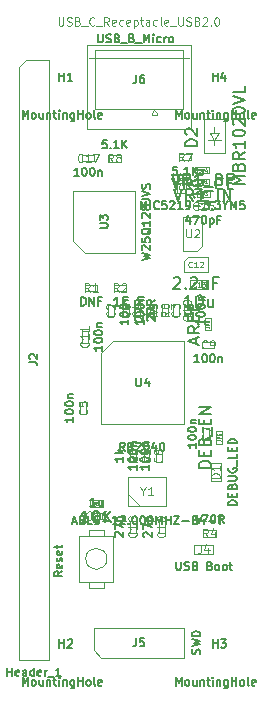
<source format=gbr>
G04 #@! TF.GenerationSoftware,KiCad,Pcbnew,(5.99.0-12085-gf4905cb1ae)*
G04 #@! TF.CreationDate,2021-08-26T19:19:28+05:30*
G04 #@! TF.ProjectId,Mitayi-Pico-RP2040,4d697461-7969-42d5-9069-636f2d525032,0.2*
G04 #@! TF.SameCoordinates,Original*
G04 #@! TF.FileFunction,AssemblyDrawing,Top*
%FSLAX46Y46*%
G04 Gerber Fmt 4.6, Leading zero omitted, Abs format (unit mm)*
G04 Created by KiCad (PCBNEW (5.99.0-12085-gf4905cb1ae)) date 2021-08-26 19:19:28*
%MOMM*%
%LPD*%
G01*
G04 APERTURE LIST*
%ADD10C,0.150000*%
%ADD11C,0.040000*%
%ADD12C,0.060000*%
%ADD13C,0.105000*%
%ADD14C,0.100000*%
%ADD15C,0.080000*%
G04 APERTURE END LIST*
D10*
X155582380Y-99581428D02*
X154582380Y-99581428D01*
X154582380Y-99343333D01*
X154630000Y-99200476D01*
X154725238Y-99105238D01*
X154820476Y-99057619D01*
X155010952Y-99010000D01*
X155153809Y-99010000D01*
X155344285Y-99057619D01*
X155439523Y-99105238D01*
X155534761Y-99200476D01*
X155582380Y-99343333D01*
X155582380Y-99581428D01*
X155058571Y-98581428D02*
X155058571Y-98248095D01*
X155582380Y-98105238D02*
X155582380Y-98581428D01*
X154582380Y-98581428D01*
X154582380Y-98105238D01*
X155058571Y-97343333D02*
X155106190Y-97200476D01*
X155153809Y-97152857D01*
X155249047Y-97105238D01*
X155391904Y-97105238D01*
X155487142Y-97152857D01*
X155534761Y-97200476D01*
X155582380Y-97295714D01*
X155582380Y-97676666D01*
X154582380Y-97676666D01*
X154582380Y-97343333D01*
X154630000Y-97248095D01*
X154677619Y-97200476D01*
X154772857Y-97152857D01*
X154868095Y-97152857D01*
X154963333Y-97200476D01*
X155010952Y-97248095D01*
X155058571Y-97343333D01*
X155058571Y-97676666D01*
X155677619Y-96914761D02*
X155677619Y-96152857D01*
X155058571Y-95914761D02*
X155058571Y-95581428D01*
X155582380Y-95438571D02*
X155582380Y-95914761D01*
X154582380Y-95914761D01*
X154582380Y-95438571D01*
X155582380Y-95010000D02*
X154582380Y-95010000D01*
X155582380Y-94438571D01*
X154582380Y-94438571D01*
D11*
X156157619Y-97226666D02*
X156343333Y-97226666D01*
X156380476Y-97239047D01*
X156405238Y-97263809D01*
X156417619Y-97300952D01*
X156417619Y-97325714D01*
X156417619Y-97102857D02*
X156157619Y-97102857D01*
X156157619Y-97003809D01*
X156170000Y-96979047D01*
X156182380Y-96966666D01*
X156207142Y-96954285D01*
X156244285Y-96954285D01*
X156269047Y-96966666D01*
X156281428Y-96979047D01*
X156293809Y-97003809D01*
X156293809Y-97102857D01*
X156157619Y-96731428D02*
X156157619Y-96780952D01*
X156170000Y-96805714D01*
X156182380Y-96818095D01*
X156219523Y-96842857D01*
X156269047Y-96855238D01*
X156368095Y-96855238D01*
X156392857Y-96842857D01*
X156405238Y-96830476D01*
X156417619Y-96805714D01*
X156417619Y-96756190D01*
X156405238Y-96731428D01*
X156392857Y-96719047D01*
X156368095Y-96706666D01*
X156306190Y-96706666D01*
X156281428Y-96719047D01*
X156269047Y-96731428D01*
X156256666Y-96756190D01*
X156256666Y-96805714D01*
X156269047Y-96830476D01*
X156281428Y-96842857D01*
X156306190Y-96855238D01*
D10*
X157776666Y-102733333D02*
X157076666Y-102733333D01*
X157076666Y-102566666D01*
X157110000Y-102466666D01*
X157176666Y-102400000D01*
X157243333Y-102366666D01*
X157376666Y-102333333D01*
X157476666Y-102333333D01*
X157610000Y-102366666D01*
X157676666Y-102400000D01*
X157743333Y-102466666D01*
X157776666Y-102566666D01*
X157776666Y-102733333D01*
X157410000Y-102033333D02*
X157410000Y-101800000D01*
X157776666Y-101700000D02*
X157776666Y-102033333D01*
X157076666Y-102033333D01*
X157076666Y-101700000D01*
X157410000Y-101166666D02*
X157443333Y-101066666D01*
X157476666Y-101033333D01*
X157543333Y-101000000D01*
X157643333Y-101000000D01*
X157710000Y-101033333D01*
X157743333Y-101066666D01*
X157776666Y-101133333D01*
X157776666Y-101400000D01*
X157076666Y-101400000D01*
X157076666Y-101166666D01*
X157110000Y-101100000D01*
X157143333Y-101066666D01*
X157210000Y-101033333D01*
X157276666Y-101033333D01*
X157343333Y-101066666D01*
X157376666Y-101100000D01*
X157410000Y-101166666D01*
X157410000Y-101400000D01*
X157076666Y-100700000D02*
X157643333Y-100700000D01*
X157710000Y-100666666D01*
X157743333Y-100633333D01*
X157776666Y-100566666D01*
X157776666Y-100433333D01*
X157743333Y-100366666D01*
X157710000Y-100333333D01*
X157643333Y-100300000D01*
X157076666Y-100300000D01*
X157110000Y-99600000D02*
X157076666Y-99666666D01*
X157076666Y-99766666D01*
X157110000Y-99866666D01*
X157176666Y-99933333D01*
X157243333Y-99966666D01*
X157376666Y-100000000D01*
X157476666Y-100000000D01*
X157610000Y-99966666D01*
X157676666Y-99933333D01*
X157743333Y-99866666D01*
X157776666Y-99766666D01*
X157776666Y-99700000D01*
X157743333Y-99600000D01*
X157710000Y-99566666D01*
X157476666Y-99566666D01*
X157476666Y-99700000D01*
X157843333Y-99433333D02*
X157843333Y-98900000D01*
X157776666Y-98400000D02*
X157776666Y-98733333D01*
X157076666Y-98733333D01*
X157410000Y-98166666D02*
X157410000Y-97933333D01*
X157776666Y-97833333D02*
X157776666Y-98166666D01*
X157076666Y-98166666D01*
X157076666Y-97833333D01*
X157776666Y-97533333D02*
X157076666Y-97533333D01*
X157076666Y-97366666D01*
X157110000Y-97266666D01*
X157176666Y-97200000D01*
X157243333Y-97166666D01*
X157376666Y-97133333D01*
X157476666Y-97133333D01*
X157610000Y-97166666D01*
X157676666Y-97200000D01*
X157743333Y-97266666D01*
X157776666Y-97366666D01*
X157776666Y-97533333D01*
D12*
X156346666Y-100466666D02*
X155646666Y-100466666D01*
X155646666Y-100300000D01*
X155680000Y-100200000D01*
X155746666Y-100133333D01*
X155813333Y-100100000D01*
X155946666Y-100066666D01*
X156046666Y-100066666D01*
X156180000Y-100100000D01*
X156246666Y-100133333D01*
X156313333Y-100200000D01*
X156346666Y-100300000D01*
X156346666Y-100466666D01*
X156346666Y-99400000D02*
X156346666Y-99800000D01*
X156346666Y-99600000D02*
X155646666Y-99600000D01*
X155746666Y-99666666D01*
X155813333Y-99733333D01*
X155846666Y-99800000D01*
D10*
X147513333Y-105430000D02*
X147480000Y-105396666D01*
X147446666Y-105330000D01*
X147446666Y-105163333D01*
X147480000Y-105096666D01*
X147513333Y-105063333D01*
X147580000Y-105030000D01*
X147646666Y-105030000D01*
X147746666Y-105063333D01*
X148146666Y-105463333D01*
X148146666Y-105030000D01*
X147446666Y-104796666D02*
X147446666Y-104330000D01*
X148146666Y-104630000D01*
X147680000Y-104063333D02*
X148380000Y-104063333D01*
X147713333Y-104063333D02*
X147680000Y-103996666D01*
X147680000Y-103863333D01*
X147713333Y-103796666D01*
X147746666Y-103763333D01*
X147813333Y-103730000D01*
X148013333Y-103730000D01*
X148080000Y-103763333D01*
X148113333Y-103796666D01*
X148146666Y-103863333D01*
X148146666Y-103996666D01*
X148113333Y-104063333D01*
D11*
X149240000Y-105030000D02*
X149273333Y-105063333D01*
X149306666Y-105163333D01*
X149306666Y-105230000D01*
X149273333Y-105330000D01*
X149206666Y-105396666D01*
X149140000Y-105430000D01*
X149006666Y-105463333D01*
X148906666Y-105463333D01*
X148773333Y-105430000D01*
X148706666Y-105396666D01*
X148640000Y-105330000D01*
X148606666Y-105230000D01*
X148606666Y-105163333D01*
X148640000Y-105063333D01*
X148673333Y-105030000D01*
X149306666Y-104363333D02*
X149306666Y-104763333D01*
X149306666Y-104563333D02*
X148606666Y-104563333D01*
X148706666Y-104630000D01*
X148773333Y-104696666D01*
X148806666Y-104763333D01*
X148906666Y-103963333D02*
X148873333Y-104030000D01*
X148840000Y-104063333D01*
X148773333Y-104096666D01*
X148740000Y-104096666D01*
X148673333Y-104063333D01*
X148640000Y-104030000D01*
X148606666Y-103963333D01*
X148606666Y-103830000D01*
X148640000Y-103763333D01*
X148673333Y-103730000D01*
X148740000Y-103696666D01*
X148773333Y-103696666D01*
X148840000Y-103730000D01*
X148873333Y-103763333D01*
X148906666Y-103830000D01*
X148906666Y-103963333D01*
X148940000Y-104030000D01*
X148973333Y-104063333D01*
X149040000Y-104096666D01*
X149173333Y-104096666D01*
X149240000Y-104063333D01*
X149273333Y-104030000D01*
X149306666Y-103963333D01*
X149306666Y-103830000D01*
X149273333Y-103763333D01*
X149240000Y-103730000D01*
X149173333Y-103696666D01*
X149040000Y-103696666D01*
X148973333Y-103730000D01*
X148940000Y-103763333D01*
X148906666Y-103830000D01*
D10*
X146406666Y-89273333D02*
X146406666Y-89673333D01*
X146406666Y-89473333D02*
X145706666Y-89473333D01*
X145806666Y-89540000D01*
X145873333Y-89606666D01*
X145906666Y-89673333D01*
X145706666Y-88840000D02*
X145706666Y-88773333D01*
X145740000Y-88706666D01*
X145773333Y-88673333D01*
X145840000Y-88640000D01*
X145973333Y-88606666D01*
X146140000Y-88606666D01*
X146273333Y-88640000D01*
X146340000Y-88673333D01*
X146373333Y-88706666D01*
X146406666Y-88773333D01*
X146406666Y-88840000D01*
X146373333Y-88906666D01*
X146340000Y-88940000D01*
X146273333Y-88973333D01*
X146140000Y-89006666D01*
X145973333Y-89006666D01*
X145840000Y-88973333D01*
X145773333Y-88940000D01*
X145740000Y-88906666D01*
X145706666Y-88840000D01*
X145706666Y-88173333D02*
X145706666Y-88106666D01*
X145740000Y-88040000D01*
X145773333Y-88006666D01*
X145840000Y-87973333D01*
X145973333Y-87940000D01*
X146140000Y-87940000D01*
X146273333Y-87973333D01*
X146340000Y-88006666D01*
X146373333Y-88040000D01*
X146406666Y-88106666D01*
X146406666Y-88173333D01*
X146373333Y-88240000D01*
X146340000Y-88273333D01*
X146273333Y-88306666D01*
X146140000Y-88340000D01*
X145973333Y-88340000D01*
X145840000Y-88306666D01*
X145773333Y-88273333D01*
X145740000Y-88240000D01*
X145706666Y-88173333D01*
X145940000Y-87640000D02*
X146406666Y-87640000D01*
X146006666Y-87640000D02*
X145973333Y-87606666D01*
X145940000Y-87540000D01*
X145940000Y-87440000D01*
X145973333Y-87373333D01*
X146040000Y-87340000D01*
X146406666Y-87340000D01*
D11*
X145180000Y-88940000D02*
X145213333Y-88973333D01*
X145246666Y-89073333D01*
X145246666Y-89140000D01*
X145213333Y-89240000D01*
X145146666Y-89306666D01*
X145080000Y-89340000D01*
X144946666Y-89373333D01*
X144846666Y-89373333D01*
X144713333Y-89340000D01*
X144646666Y-89306666D01*
X144580000Y-89240000D01*
X144546666Y-89140000D01*
X144546666Y-89073333D01*
X144580000Y-88973333D01*
X144613333Y-88940000D01*
X145246666Y-88273333D02*
X145246666Y-88673333D01*
X145246666Y-88473333D02*
X144546666Y-88473333D01*
X144646666Y-88540000D01*
X144713333Y-88606666D01*
X144746666Y-88673333D01*
X145246666Y-87606666D02*
X145246666Y-88006666D01*
X145246666Y-87806666D02*
X144546666Y-87806666D01*
X144646666Y-87873333D01*
X144713333Y-87940000D01*
X144746666Y-88006666D01*
D10*
X152656666Y-107546666D02*
X152656666Y-108113333D01*
X152690000Y-108180000D01*
X152723333Y-108213333D01*
X152790000Y-108246666D01*
X152923333Y-108246666D01*
X152990000Y-108213333D01*
X153023333Y-108180000D01*
X153056666Y-108113333D01*
X153056666Y-107546666D01*
X153356666Y-108213333D02*
X153456666Y-108246666D01*
X153623333Y-108246666D01*
X153690000Y-108213333D01*
X153723333Y-108180000D01*
X153756666Y-108113333D01*
X153756666Y-108046666D01*
X153723333Y-107980000D01*
X153690000Y-107946666D01*
X153623333Y-107913333D01*
X153490000Y-107880000D01*
X153423333Y-107846666D01*
X153390000Y-107813333D01*
X153356666Y-107746666D01*
X153356666Y-107680000D01*
X153390000Y-107613333D01*
X153423333Y-107580000D01*
X153490000Y-107546666D01*
X153656666Y-107546666D01*
X153756666Y-107580000D01*
X154290000Y-107880000D02*
X154390000Y-107913333D01*
X154423333Y-107946666D01*
X154456666Y-108013333D01*
X154456666Y-108113333D01*
X154423333Y-108180000D01*
X154390000Y-108213333D01*
X154323333Y-108246666D01*
X154056666Y-108246666D01*
X154056666Y-107546666D01*
X154290000Y-107546666D01*
X154356666Y-107580000D01*
X154390000Y-107613333D01*
X154423333Y-107680000D01*
X154423333Y-107746666D01*
X154390000Y-107813333D01*
X154356666Y-107846666D01*
X154290000Y-107880000D01*
X154056666Y-107880000D01*
X155523333Y-107880000D02*
X155623333Y-107913333D01*
X155656666Y-107946666D01*
X155690000Y-108013333D01*
X155690000Y-108113333D01*
X155656666Y-108180000D01*
X155623333Y-108213333D01*
X155556666Y-108246666D01*
X155290000Y-108246666D01*
X155290000Y-107546666D01*
X155523333Y-107546666D01*
X155590000Y-107580000D01*
X155623333Y-107613333D01*
X155656666Y-107680000D01*
X155656666Y-107746666D01*
X155623333Y-107813333D01*
X155590000Y-107846666D01*
X155523333Y-107880000D01*
X155290000Y-107880000D01*
X156090000Y-108246666D02*
X156023333Y-108213333D01*
X155990000Y-108180000D01*
X155956666Y-108113333D01*
X155956666Y-107913333D01*
X155990000Y-107846666D01*
X156023333Y-107813333D01*
X156090000Y-107780000D01*
X156190000Y-107780000D01*
X156256666Y-107813333D01*
X156290000Y-107846666D01*
X156323333Y-107913333D01*
X156323333Y-108113333D01*
X156290000Y-108180000D01*
X156256666Y-108213333D01*
X156190000Y-108246666D01*
X156090000Y-108246666D01*
X156723333Y-108246666D02*
X156656666Y-108213333D01*
X156623333Y-108180000D01*
X156590000Y-108113333D01*
X156590000Y-107913333D01*
X156623333Y-107846666D01*
X156656666Y-107813333D01*
X156723333Y-107780000D01*
X156823333Y-107780000D01*
X156890000Y-107813333D01*
X156923333Y-107846666D01*
X156956666Y-107913333D01*
X156956666Y-108113333D01*
X156923333Y-108180000D01*
X156890000Y-108213333D01*
X156823333Y-108246666D01*
X156723333Y-108246666D01*
X157156666Y-107780000D02*
X157423333Y-107780000D01*
X157256666Y-107546666D02*
X157256666Y-108146666D01*
X157290000Y-108213333D01*
X157356666Y-108246666D01*
X157423333Y-108246666D01*
D12*
X154756666Y-106116666D02*
X154756666Y-106616666D01*
X154723333Y-106716666D01*
X154656666Y-106783333D01*
X154556666Y-106816666D01*
X154490000Y-106816666D01*
X155390000Y-106350000D02*
X155390000Y-106816666D01*
X155223333Y-106083333D02*
X155056666Y-106583333D01*
X155490000Y-106583333D01*
D10*
X152279523Y-74682380D02*
X152612857Y-75682380D01*
X152946190Y-74682380D01*
X153850952Y-75682380D02*
X153517619Y-75206190D01*
X153279523Y-75682380D02*
X153279523Y-74682380D01*
X153660476Y-74682380D01*
X153755714Y-74730000D01*
X153803333Y-74777619D01*
X153850952Y-74872857D01*
X153850952Y-75015714D01*
X153803333Y-75110952D01*
X153755714Y-75158571D01*
X153660476Y-75206190D01*
X153279523Y-75206190D01*
X154803333Y-75682380D02*
X154231904Y-75682380D01*
X154517619Y-75682380D02*
X154517619Y-74682380D01*
X154422380Y-74825238D01*
X154327142Y-74920476D01*
X154231904Y-74968095D01*
X154993809Y-75777619D02*
X155755714Y-75777619D01*
X156327142Y-75158571D02*
X156470000Y-75206190D01*
X156517619Y-75253809D01*
X156565238Y-75349047D01*
X156565238Y-75491904D01*
X156517619Y-75587142D01*
X156470000Y-75634761D01*
X156374761Y-75682380D01*
X155993809Y-75682380D01*
X155993809Y-74682380D01*
X156327142Y-74682380D01*
X156422380Y-74730000D01*
X156470000Y-74777619D01*
X156517619Y-74872857D01*
X156517619Y-74968095D01*
X156470000Y-75063333D01*
X156422380Y-75110952D01*
X156327142Y-75158571D01*
X155993809Y-75158571D01*
X156993809Y-75682380D02*
X156993809Y-74682380D01*
X157374761Y-74682380D01*
X157470000Y-74730000D01*
X157517619Y-74777619D01*
X157565238Y-74872857D01*
X157565238Y-75015714D01*
X157517619Y-75110952D01*
X157470000Y-75158571D01*
X157374761Y-75206190D01*
X156993809Y-75206190D01*
D11*
X154753333Y-76257619D02*
X154753333Y-76443333D01*
X154740952Y-76480476D01*
X154716190Y-76505238D01*
X154679047Y-76517619D01*
X154654285Y-76517619D01*
X154877142Y-76517619D02*
X154877142Y-76257619D01*
X154976190Y-76257619D01*
X155000952Y-76270000D01*
X155013333Y-76282380D01*
X155025714Y-76307142D01*
X155025714Y-76344285D01*
X155013333Y-76369047D01*
X155000952Y-76381428D01*
X154976190Y-76393809D01*
X154877142Y-76393809D01*
X155112380Y-76257619D02*
X155273333Y-76257619D01*
X155186666Y-76356666D01*
X155223809Y-76356666D01*
X155248571Y-76369047D01*
X155260952Y-76381428D01*
X155273333Y-76406190D01*
X155273333Y-76468095D01*
X155260952Y-76492857D01*
X155248571Y-76505238D01*
X155223809Y-76517619D01*
X155149523Y-76517619D01*
X155124761Y-76505238D01*
X155112380Y-76492857D01*
D10*
X154972380Y-76152857D02*
X154972380Y-76724285D01*
X154972380Y-76438571D02*
X153972380Y-76438571D01*
X154115238Y-76533809D01*
X154210476Y-76629047D01*
X154258095Y-76724285D01*
X153972380Y-75533809D02*
X153972380Y-75438571D01*
X154020000Y-75343333D01*
X154067619Y-75295714D01*
X154162857Y-75248095D01*
X154353333Y-75200476D01*
X154591428Y-75200476D01*
X154781904Y-75248095D01*
X154877142Y-75295714D01*
X154924761Y-75343333D01*
X154972380Y-75438571D01*
X154972380Y-75533809D01*
X154924761Y-75629047D01*
X154877142Y-75676666D01*
X154781904Y-75724285D01*
X154591428Y-75771904D01*
X154353333Y-75771904D01*
X154162857Y-75724285D01*
X154067619Y-75676666D01*
X154020000Y-75629047D01*
X153972380Y-75533809D01*
X154305714Y-74343333D02*
X154972380Y-74343333D01*
X154305714Y-74771904D02*
X154829523Y-74771904D01*
X154924761Y-74724285D01*
X154972380Y-74629047D01*
X154972380Y-74486190D01*
X154924761Y-74390952D01*
X154877142Y-74343333D01*
D12*
X153232857Y-75767142D02*
X153251904Y-75786190D01*
X153270952Y-75843333D01*
X153270952Y-75881428D01*
X153251904Y-75938571D01*
X153213809Y-75976666D01*
X153175714Y-75995714D01*
X153099523Y-76014761D01*
X153042380Y-76014761D01*
X152966190Y-75995714D01*
X152928095Y-75976666D01*
X152890000Y-75938571D01*
X152870952Y-75881428D01*
X152870952Y-75843333D01*
X152890000Y-75786190D01*
X152909047Y-75767142D01*
X153270952Y-75386190D02*
X153270952Y-75614761D01*
X153270952Y-75500476D02*
X152870952Y-75500476D01*
X152928095Y-75538571D01*
X152966190Y-75576666D01*
X152985238Y-75614761D01*
X153004285Y-75043333D02*
X153270952Y-75043333D01*
X152851904Y-75138571D02*
X153137619Y-75233809D01*
X153137619Y-74986190D01*
D10*
X143956666Y-95303333D02*
X143956666Y-95703333D01*
X143956666Y-95503333D02*
X143256666Y-95503333D01*
X143356666Y-95570000D01*
X143423333Y-95636666D01*
X143456666Y-95703333D01*
X143256666Y-94870000D02*
X143256666Y-94803333D01*
X143290000Y-94736666D01*
X143323333Y-94703333D01*
X143390000Y-94670000D01*
X143523333Y-94636666D01*
X143690000Y-94636666D01*
X143823333Y-94670000D01*
X143890000Y-94703333D01*
X143923333Y-94736666D01*
X143956666Y-94803333D01*
X143956666Y-94870000D01*
X143923333Y-94936666D01*
X143890000Y-94970000D01*
X143823333Y-95003333D01*
X143690000Y-95036666D01*
X143523333Y-95036666D01*
X143390000Y-95003333D01*
X143323333Y-94970000D01*
X143290000Y-94936666D01*
X143256666Y-94870000D01*
X143256666Y-94203333D02*
X143256666Y-94136666D01*
X143290000Y-94070000D01*
X143323333Y-94036666D01*
X143390000Y-94003333D01*
X143523333Y-93970000D01*
X143690000Y-93970000D01*
X143823333Y-94003333D01*
X143890000Y-94036666D01*
X143923333Y-94070000D01*
X143956666Y-94136666D01*
X143956666Y-94203333D01*
X143923333Y-94270000D01*
X143890000Y-94303333D01*
X143823333Y-94336666D01*
X143690000Y-94370000D01*
X143523333Y-94370000D01*
X143390000Y-94336666D01*
X143323333Y-94303333D01*
X143290000Y-94270000D01*
X143256666Y-94203333D01*
X143490000Y-93670000D02*
X143956666Y-93670000D01*
X143556666Y-93670000D02*
X143523333Y-93636666D01*
X143490000Y-93570000D01*
X143490000Y-93470000D01*
X143523333Y-93403333D01*
X143590000Y-93370000D01*
X143956666Y-93370000D01*
D11*
X145050000Y-94636666D02*
X145083333Y-94670000D01*
X145116666Y-94770000D01*
X145116666Y-94836666D01*
X145083333Y-94936666D01*
X145016666Y-95003333D01*
X144950000Y-95036666D01*
X144816666Y-95070000D01*
X144716666Y-95070000D01*
X144583333Y-95036666D01*
X144516666Y-95003333D01*
X144450000Y-94936666D01*
X144416666Y-94836666D01*
X144416666Y-94770000D01*
X144450000Y-94670000D01*
X144483333Y-94636666D01*
X144416666Y-94003333D02*
X144416666Y-94336666D01*
X144750000Y-94370000D01*
X144716666Y-94336666D01*
X144683333Y-94270000D01*
X144683333Y-94103333D01*
X144716666Y-94036666D01*
X144750000Y-94003333D01*
X144816666Y-93970000D01*
X144983333Y-93970000D01*
X145050000Y-94003333D01*
X145083333Y-94036666D01*
X145116666Y-94103333D01*
X145116666Y-94270000D01*
X145083333Y-94336666D01*
X145050000Y-94370000D01*
D10*
X155081666Y-87053333D02*
X155081666Y-87453333D01*
X155081666Y-87253333D02*
X154381666Y-87253333D01*
X154481666Y-87320000D01*
X154548333Y-87386666D01*
X154581666Y-87453333D01*
X154381666Y-86620000D02*
X154381666Y-86553333D01*
X154415000Y-86486666D01*
X154448333Y-86453333D01*
X154515000Y-86420000D01*
X154648333Y-86386666D01*
X154815000Y-86386666D01*
X154948333Y-86420000D01*
X155015000Y-86453333D01*
X155048333Y-86486666D01*
X155081666Y-86553333D01*
X155081666Y-86620000D01*
X155048333Y-86686666D01*
X155015000Y-86720000D01*
X154948333Y-86753333D01*
X154815000Y-86786666D01*
X154648333Y-86786666D01*
X154515000Y-86753333D01*
X154448333Y-86720000D01*
X154415000Y-86686666D01*
X154381666Y-86620000D01*
X154381666Y-85953333D02*
X154381666Y-85886666D01*
X154415000Y-85820000D01*
X154448333Y-85786666D01*
X154515000Y-85753333D01*
X154648333Y-85720000D01*
X154815000Y-85720000D01*
X154948333Y-85753333D01*
X155015000Y-85786666D01*
X155048333Y-85820000D01*
X155081666Y-85886666D01*
X155081666Y-85953333D01*
X155048333Y-86020000D01*
X155015000Y-86053333D01*
X154948333Y-86086666D01*
X154815000Y-86120000D01*
X154648333Y-86120000D01*
X154515000Y-86086666D01*
X154448333Y-86053333D01*
X154415000Y-86020000D01*
X154381666Y-85953333D01*
X154615000Y-85420000D02*
X155081666Y-85420000D01*
X154681666Y-85420000D02*
X154648333Y-85386666D01*
X154615000Y-85320000D01*
X154615000Y-85220000D01*
X154648333Y-85153333D01*
X154715000Y-85120000D01*
X155081666Y-85120000D01*
D11*
X153855000Y-86720000D02*
X153888333Y-86753333D01*
X153921666Y-86853333D01*
X153921666Y-86920000D01*
X153888333Y-87020000D01*
X153821666Y-87086666D01*
X153755000Y-87120000D01*
X153621666Y-87153333D01*
X153521666Y-87153333D01*
X153388333Y-87120000D01*
X153321666Y-87086666D01*
X153255000Y-87020000D01*
X153221666Y-86920000D01*
X153221666Y-86853333D01*
X153255000Y-86753333D01*
X153288333Y-86720000D01*
X153921666Y-86053333D02*
X153921666Y-86453333D01*
X153921666Y-86253333D02*
X153221666Y-86253333D01*
X153321666Y-86320000D01*
X153388333Y-86386666D01*
X153421666Y-86453333D01*
X153221666Y-85620000D02*
X153221666Y-85553333D01*
X153255000Y-85486666D01*
X153288333Y-85453333D01*
X153355000Y-85420000D01*
X153488333Y-85386666D01*
X153655000Y-85386666D01*
X153788333Y-85420000D01*
X153855000Y-85453333D01*
X153888333Y-85486666D01*
X153921666Y-85553333D01*
X153921666Y-85620000D01*
X153888333Y-85686666D01*
X153855000Y-85720000D01*
X153788333Y-85753333D01*
X153655000Y-85786666D01*
X153488333Y-85786666D01*
X153355000Y-85753333D01*
X153288333Y-85720000D01*
X153255000Y-85686666D01*
X153221666Y-85620000D01*
D10*
X145793333Y-102816666D02*
X145393333Y-102816666D01*
X145593333Y-102816666D02*
X145593333Y-102116666D01*
X145526666Y-102216666D01*
X145460000Y-102283333D01*
X145393333Y-102316666D01*
X146393333Y-102350000D02*
X146393333Y-102816666D01*
X146093333Y-102350000D02*
X146093333Y-102716666D01*
X146126666Y-102783333D01*
X146193333Y-102816666D01*
X146293333Y-102816666D01*
X146360000Y-102783333D01*
X146393333Y-102750000D01*
D11*
X145460000Y-103910000D02*
X145426666Y-103943333D01*
X145326666Y-103976666D01*
X145260000Y-103976666D01*
X145160000Y-103943333D01*
X145093333Y-103876666D01*
X145060000Y-103810000D01*
X145026666Y-103676666D01*
X145026666Y-103576666D01*
X145060000Y-103443333D01*
X145093333Y-103376666D01*
X145160000Y-103310000D01*
X145260000Y-103276666D01*
X145326666Y-103276666D01*
X145426666Y-103310000D01*
X145460000Y-103343333D01*
X146126666Y-103976666D02*
X145726666Y-103976666D01*
X145926666Y-103976666D02*
X145926666Y-103276666D01*
X145860000Y-103376666D01*
X145793333Y-103443333D01*
X145726666Y-103476666D01*
X146726666Y-103276666D02*
X146593333Y-103276666D01*
X146526666Y-103310000D01*
X146493333Y-103343333D01*
X146426666Y-103443333D01*
X146393333Y-103576666D01*
X146393333Y-103843333D01*
X146426666Y-103910000D01*
X146460000Y-103943333D01*
X146526666Y-103976666D01*
X146660000Y-103976666D01*
X146726666Y-103943333D01*
X146760000Y-103910000D01*
X146793333Y-103843333D01*
X146793333Y-103676666D01*
X146760000Y-103610000D01*
X146726666Y-103576666D01*
X146660000Y-103543333D01*
X146526666Y-103543333D01*
X146460000Y-103576666D01*
X146426666Y-103610000D01*
X146393333Y-103676666D01*
D10*
X147816666Y-85856666D02*
X147416666Y-85856666D01*
X147616666Y-85856666D02*
X147616666Y-85156666D01*
X147550000Y-85256666D01*
X147483333Y-85323333D01*
X147416666Y-85356666D01*
X148116666Y-85856666D02*
X148116666Y-85156666D01*
X148183333Y-85590000D02*
X148383333Y-85856666D01*
X148383333Y-85390000D02*
X148116666Y-85656666D01*
D11*
X147783333Y-84686666D02*
X147550000Y-84353333D01*
X147383333Y-84686666D02*
X147383333Y-83986666D01*
X147650000Y-83986666D01*
X147716666Y-84020000D01*
X147750000Y-84053333D01*
X147783333Y-84120000D01*
X147783333Y-84220000D01*
X147750000Y-84286666D01*
X147716666Y-84320000D01*
X147650000Y-84353333D01*
X147383333Y-84353333D01*
X148050000Y-84053333D02*
X148083333Y-84020000D01*
X148150000Y-83986666D01*
X148316666Y-83986666D01*
X148383333Y-84020000D01*
X148416666Y-84053333D01*
X148450000Y-84120000D01*
X148450000Y-84186666D01*
X148416666Y-84286666D01*
X148016666Y-84686666D01*
X148450000Y-84686666D01*
D10*
X154586666Y-103820000D02*
X154586666Y-104286666D01*
X154420000Y-103553333D02*
X154253333Y-104053333D01*
X154686666Y-104053333D01*
X154886666Y-103586666D02*
X155353333Y-103586666D01*
X155053333Y-104286666D01*
X155753333Y-103586666D02*
X155820000Y-103586666D01*
X155886666Y-103620000D01*
X155920000Y-103653333D01*
X155953333Y-103720000D01*
X155986666Y-103853333D01*
X155986666Y-104020000D01*
X155953333Y-104153333D01*
X155920000Y-104220000D01*
X155886666Y-104253333D01*
X155820000Y-104286666D01*
X155753333Y-104286666D01*
X155686666Y-104253333D01*
X155653333Y-104220000D01*
X155620000Y-104153333D01*
X155586666Y-104020000D01*
X155586666Y-103853333D01*
X155620000Y-103720000D01*
X155653333Y-103653333D01*
X155686666Y-103620000D01*
X155753333Y-103586666D01*
X156686666Y-104286666D02*
X156453333Y-103953333D01*
X156286666Y-104286666D02*
X156286666Y-103586666D01*
X156553333Y-103586666D01*
X156620000Y-103620000D01*
X156653333Y-103653333D01*
X156686666Y-103720000D01*
X156686666Y-103820000D01*
X156653333Y-103886666D01*
X156620000Y-103920000D01*
X156553333Y-103953333D01*
X156286666Y-103953333D01*
D11*
X155353333Y-105456666D02*
X155120000Y-105123333D01*
X154953333Y-105456666D02*
X154953333Y-104756666D01*
X155220000Y-104756666D01*
X155286666Y-104790000D01*
X155320000Y-104823333D01*
X155353333Y-104890000D01*
X155353333Y-104990000D01*
X155320000Y-105056666D01*
X155286666Y-105090000D01*
X155220000Y-105123333D01*
X154953333Y-105123333D01*
X155953333Y-104990000D02*
X155953333Y-105456666D01*
X155786666Y-104723333D02*
X155620000Y-105223333D01*
X156053333Y-105223333D01*
D10*
X152650000Y-118026666D02*
X152650000Y-117326666D01*
X152883333Y-117826666D01*
X153116666Y-117326666D01*
X153116666Y-118026666D01*
X153550000Y-118026666D02*
X153483333Y-117993333D01*
X153450000Y-117960000D01*
X153416666Y-117893333D01*
X153416666Y-117693333D01*
X153450000Y-117626666D01*
X153483333Y-117593333D01*
X153550000Y-117560000D01*
X153650000Y-117560000D01*
X153716666Y-117593333D01*
X153750000Y-117626666D01*
X153783333Y-117693333D01*
X153783333Y-117893333D01*
X153750000Y-117960000D01*
X153716666Y-117993333D01*
X153650000Y-118026666D01*
X153550000Y-118026666D01*
X154383333Y-117560000D02*
X154383333Y-118026666D01*
X154083333Y-117560000D02*
X154083333Y-117926666D01*
X154116666Y-117993333D01*
X154183333Y-118026666D01*
X154283333Y-118026666D01*
X154350000Y-117993333D01*
X154383333Y-117960000D01*
X154716666Y-117560000D02*
X154716666Y-118026666D01*
X154716666Y-117626666D02*
X154750000Y-117593333D01*
X154816666Y-117560000D01*
X154916666Y-117560000D01*
X154983333Y-117593333D01*
X155016666Y-117660000D01*
X155016666Y-118026666D01*
X155250000Y-117560000D02*
X155516666Y-117560000D01*
X155350000Y-117326666D02*
X155350000Y-117926666D01*
X155383333Y-117993333D01*
X155450000Y-118026666D01*
X155516666Y-118026666D01*
X155750000Y-118026666D02*
X155750000Y-117560000D01*
X155750000Y-117326666D02*
X155716666Y-117360000D01*
X155750000Y-117393333D01*
X155783333Y-117360000D01*
X155750000Y-117326666D01*
X155750000Y-117393333D01*
X156083333Y-117560000D02*
X156083333Y-118026666D01*
X156083333Y-117626666D02*
X156116666Y-117593333D01*
X156183333Y-117560000D01*
X156283333Y-117560000D01*
X156350000Y-117593333D01*
X156383333Y-117660000D01*
X156383333Y-118026666D01*
X157016666Y-117560000D02*
X157016666Y-118126666D01*
X156983333Y-118193333D01*
X156950000Y-118226666D01*
X156883333Y-118260000D01*
X156783333Y-118260000D01*
X156716666Y-118226666D01*
X157016666Y-117993333D02*
X156950000Y-118026666D01*
X156816666Y-118026666D01*
X156750000Y-117993333D01*
X156716666Y-117960000D01*
X156683333Y-117893333D01*
X156683333Y-117693333D01*
X156716666Y-117626666D01*
X156750000Y-117593333D01*
X156816666Y-117560000D01*
X156950000Y-117560000D01*
X157016666Y-117593333D01*
X157350000Y-118026666D02*
X157350000Y-117326666D01*
X157350000Y-117660000D02*
X157750000Y-117660000D01*
X157750000Y-118026666D02*
X157750000Y-117326666D01*
X158183333Y-118026666D02*
X158116666Y-117993333D01*
X158083333Y-117960000D01*
X158050000Y-117893333D01*
X158050000Y-117693333D01*
X158083333Y-117626666D01*
X158116666Y-117593333D01*
X158183333Y-117560000D01*
X158283333Y-117560000D01*
X158350000Y-117593333D01*
X158383333Y-117626666D01*
X158416666Y-117693333D01*
X158416666Y-117893333D01*
X158383333Y-117960000D01*
X158350000Y-117993333D01*
X158283333Y-118026666D01*
X158183333Y-118026666D01*
X158816666Y-118026666D02*
X158750000Y-117993333D01*
X158716666Y-117926666D01*
X158716666Y-117326666D01*
X159350000Y-117993333D02*
X159283333Y-118026666D01*
X159150000Y-118026666D01*
X159083333Y-117993333D01*
X159050000Y-117926666D01*
X159050000Y-117660000D01*
X159083333Y-117593333D01*
X159150000Y-117560000D01*
X159283333Y-117560000D01*
X159350000Y-117593333D01*
X159383333Y-117660000D01*
X159383333Y-117726666D01*
X159050000Y-117793333D01*
X155766666Y-114826666D02*
X155766666Y-114126666D01*
X155766666Y-114460000D02*
X156166666Y-114460000D01*
X156166666Y-114826666D02*
X156166666Y-114126666D01*
X156433333Y-114126666D02*
X156866666Y-114126666D01*
X156633333Y-114393333D01*
X156733333Y-114393333D01*
X156800000Y-114426666D01*
X156833333Y-114460000D01*
X156866666Y-114526666D01*
X156866666Y-114693333D01*
X156833333Y-114760000D01*
X156800000Y-114793333D01*
X156733333Y-114826666D01*
X156533333Y-114826666D01*
X156466666Y-114793333D01*
X156433333Y-114760000D01*
X148166666Y-98663333D02*
X148166666Y-99063333D01*
X148166666Y-98863333D02*
X147466666Y-98863333D01*
X147566666Y-98930000D01*
X147633333Y-98996666D01*
X147666666Y-99063333D01*
X148166666Y-98363333D02*
X147466666Y-98363333D01*
X147900000Y-98296666D02*
X148166666Y-98096666D01*
X147700000Y-98096666D02*
X147966666Y-98363333D01*
D11*
X149336666Y-98696666D02*
X149003333Y-98930000D01*
X149336666Y-99096666D02*
X148636666Y-99096666D01*
X148636666Y-98830000D01*
X148670000Y-98763333D01*
X148703333Y-98730000D01*
X148770000Y-98696666D01*
X148870000Y-98696666D01*
X148936666Y-98730000D01*
X148970000Y-98763333D01*
X149003333Y-98830000D01*
X149003333Y-99096666D01*
X148636666Y-98463333D02*
X148636666Y-98030000D01*
X148903333Y-98263333D01*
X148903333Y-98163333D01*
X148936666Y-98096666D01*
X148970000Y-98063333D01*
X149036666Y-98030000D01*
X149203333Y-98030000D01*
X149270000Y-98063333D01*
X149303333Y-98096666D01*
X149336666Y-98163333D01*
X149336666Y-98363333D01*
X149303333Y-98430000D01*
X149270000Y-98463333D01*
D10*
X154596666Y-90646666D02*
X154196666Y-90646666D01*
X154396666Y-90646666D02*
X154396666Y-89946666D01*
X154330000Y-90046666D01*
X154263333Y-90113333D01*
X154196666Y-90146666D01*
X155030000Y-89946666D02*
X155096666Y-89946666D01*
X155163333Y-89980000D01*
X155196666Y-90013333D01*
X155230000Y-90080000D01*
X155263333Y-90213333D01*
X155263333Y-90380000D01*
X155230000Y-90513333D01*
X155196666Y-90580000D01*
X155163333Y-90613333D01*
X155096666Y-90646666D01*
X155030000Y-90646666D01*
X154963333Y-90613333D01*
X154930000Y-90580000D01*
X154896666Y-90513333D01*
X154863333Y-90380000D01*
X154863333Y-90213333D01*
X154896666Y-90080000D01*
X154930000Y-90013333D01*
X154963333Y-89980000D01*
X155030000Y-89946666D01*
X155696666Y-89946666D02*
X155763333Y-89946666D01*
X155830000Y-89980000D01*
X155863333Y-90013333D01*
X155896666Y-90080000D01*
X155930000Y-90213333D01*
X155930000Y-90380000D01*
X155896666Y-90513333D01*
X155863333Y-90580000D01*
X155830000Y-90613333D01*
X155763333Y-90646666D01*
X155696666Y-90646666D01*
X155630000Y-90613333D01*
X155596666Y-90580000D01*
X155563333Y-90513333D01*
X155530000Y-90380000D01*
X155530000Y-90213333D01*
X155563333Y-90080000D01*
X155596666Y-90013333D01*
X155630000Y-89980000D01*
X155696666Y-89946666D01*
X156230000Y-90180000D02*
X156230000Y-90646666D01*
X156230000Y-90246666D02*
X156263333Y-90213333D01*
X156330000Y-90180000D01*
X156430000Y-90180000D01*
X156496666Y-90213333D01*
X156530000Y-90280000D01*
X156530000Y-90646666D01*
D11*
X155263333Y-89420000D02*
X155230000Y-89453333D01*
X155130000Y-89486666D01*
X155063333Y-89486666D01*
X154963333Y-89453333D01*
X154896666Y-89386666D01*
X154863333Y-89320000D01*
X154830000Y-89186666D01*
X154830000Y-89086666D01*
X154863333Y-88953333D01*
X154896666Y-88886666D01*
X154963333Y-88820000D01*
X155063333Y-88786666D01*
X155130000Y-88786666D01*
X155230000Y-88820000D01*
X155263333Y-88853333D01*
X155596666Y-89486666D02*
X155730000Y-89486666D01*
X155796666Y-89453333D01*
X155830000Y-89420000D01*
X155896666Y-89320000D01*
X155930000Y-89186666D01*
X155930000Y-88920000D01*
X155896666Y-88853333D01*
X155863333Y-88820000D01*
X155796666Y-88786666D01*
X155663333Y-88786666D01*
X155596666Y-88820000D01*
X155563333Y-88853333D01*
X155530000Y-88920000D01*
X155530000Y-89086666D01*
X155563333Y-89153333D01*
X155596666Y-89186666D01*
X155663333Y-89220000D01*
X155796666Y-89220000D01*
X155863333Y-89186666D01*
X155896666Y-89153333D01*
X155930000Y-89086666D01*
D10*
X143883333Y-104166666D02*
X144216666Y-104166666D01*
X143816666Y-104366666D02*
X144050000Y-103666666D01*
X144283333Y-104366666D01*
X144750000Y-104000000D02*
X144850000Y-104033333D01*
X144883333Y-104066666D01*
X144916666Y-104133333D01*
X144916666Y-104233333D01*
X144883333Y-104300000D01*
X144850000Y-104333333D01*
X144783333Y-104366666D01*
X144516666Y-104366666D01*
X144516666Y-103666666D01*
X144750000Y-103666666D01*
X144816666Y-103700000D01*
X144850000Y-103733333D01*
X144883333Y-103800000D01*
X144883333Y-103866666D01*
X144850000Y-103933333D01*
X144816666Y-103966666D01*
X144750000Y-104000000D01*
X144516666Y-104000000D01*
X145550000Y-104366666D02*
X145216666Y-104366666D01*
X145216666Y-103666666D01*
X145750000Y-104333333D02*
X145850000Y-104366666D01*
X146016666Y-104366666D01*
X146083333Y-104333333D01*
X146116666Y-104300000D01*
X146150000Y-104233333D01*
X146150000Y-104166666D01*
X146116666Y-104100000D01*
X146083333Y-104066666D01*
X146016666Y-104033333D01*
X145883333Y-104000000D01*
X145816666Y-103966666D01*
X145783333Y-103933333D01*
X145750000Y-103866666D01*
X145750000Y-103800000D01*
X145783333Y-103733333D01*
X145816666Y-103700000D01*
X145883333Y-103666666D01*
X146050000Y-103666666D01*
X146150000Y-103700000D01*
X146450000Y-104100000D02*
X146983333Y-104100000D01*
X147683333Y-104366666D02*
X147283333Y-104366666D01*
X147483333Y-104366666D02*
X147483333Y-103666666D01*
X147416666Y-103766666D01*
X147350000Y-103833333D01*
X147283333Y-103866666D01*
X147950000Y-103733333D02*
X147983333Y-103700000D01*
X148050000Y-103666666D01*
X148216666Y-103666666D01*
X148283333Y-103700000D01*
X148316666Y-103733333D01*
X148350000Y-103800000D01*
X148350000Y-103866666D01*
X148316666Y-103966666D01*
X147916666Y-104366666D01*
X148350000Y-104366666D01*
X148650000Y-104300000D02*
X148683333Y-104333333D01*
X148650000Y-104366666D01*
X148616666Y-104333333D01*
X148650000Y-104300000D01*
X148650000Y-104366666D01*
X149116666Y-103666666D02*
X149183333Y-103666666D01*
X149250000Y-103700000D01*
X149283333Y-103733333D01*
X149316666Y-103800000D01*
X149350000Y-103933333D01*
X149350000Y-104100000D01*
X149316666Y-104233333D01*
X149283333Y-104300000D01*
X149250000Y-104333333D01*
X149183333Y-104366666D01*
X149116666Y-104366666D01*
X149050000Y-104333333D01*
X149016666Y-104300000D01*
X148983333Y-104233333D01*
X148950000Y-104100000D01*
X148950000Y-103933333D01*
X148983333Y-103800000D01*
X149016666Y-103733333D01*
X149050000Y-103700000D01*
X149116666Y-103666666D01*
X149783333Y-103666666D02*
X149850000Y-103666666D01*
X149916666Y-103700000D01*
X149950000Y-103733333D01*
X149983333Y-103800000D01*
X150016666Y-103933333D01*
X150016666Y-104100000D01*
X149983333Y-104233333D01*
X149950000Y-104300000D01*
X149916666Y-104333333D01*
X149850000Y-104366666D01*
X149783333Y-104366666D01*
X149716666Y-104333333D01*
X149683333Y-104300000D01*
X149650000Y-104233333D01*
X149616666Y-104100000D01*
X149616666Y-103933333D01*
X149650000Y-103800000D01*
X149683333Y-103733333D01*
X149716666Y-103700000D01*
X149783333Y-103666666D01*
X150450000Y-103666666D02*
X150516666Y-103666666D01*
X150583333Y-103700000D01*
X150616666Y-103733333D01*
X150650000Y-103800000D01*
X150683333Y-103933333D01*
X150683333Y-104100000D01*
X150650000Y-104233333D01*
X150616666Y-104300000D01*
X150583333Y-104333333D01*
X150516666Y-104366666D01*
X150450000Y-104366666D01*
X150383333Y-104333333D01*
X150350000Y-104300000D01*
X150316666Y-104233333D01*
X150283333Y-104100000D01*
X150283333Y-103933333D01*
X150316666Y-103800000D01*
X150350000Y-103733333D01*
X150383333Y-103700000D01*
X150450000Y-103666666D01*
X150983333Y-104366666D02*
X150983333Y-103666666D01*
X151216666Y-104166666D01*
X151450000Y-103666666D01*
X151450000Y-104366666D01*
X151783333Y-104366666D02*
X151783333Y-103666666D01*
X151783333Y-104000000D02*
X152183333Y-104000000D01*
X152183333Y-104366666D02*
X152183333Y-103666666D01*
X152450000Y-103666666D02*
X152916666Y-103666666D01*
X152450000Y-104366666D01*
X152916666Y-104366666D01*
X153183333Y-104100000D02*
X153716666Y-104100000D01*
X154283333Y-104000000D02*
X154383333Y-104033333D01*
X154416666Y-104066666D01*
X154450000Y-104133333D01*
X154450000Y-104233333D01*
X154416666Y-104300000D01*
X154383333Y-104333333D01*
X154316666Y-104366666D01*
X154050000Y-104366666D01*
X154050000Y-103666666D01*
X154283333Y-103666666D01*
X154350000Y-103700000D01*
X154383333Y-103733333D01*
X154416666Y-103800000D01*
X154416666Y-103866666D01*
X154383333Y-103933333D01*
X154350000Y-103966666D01*
X154283333Y-104000000D01*
X154050000Y-104000000D01*
X155050000Y-103900000D02*
X155050000Y-104366666D01*
X154883333Y-103633333D02*
X154716666Y-104133333D01*
X155150000Y-104133333D01*
X155416666Y-104100000D02*
X155950000Y-104100000D01*
X156183333Y-103666666D02*
X156583333Y-103666666D01*
X156383333Y-104366666D02*
X156383333Y-103666666D01*
D13*
X149866666Y-101583333D02*
X149866666Y-101916666D01*
X149633333Y-101216666D02*
X149866666Y-101583333D01*
X150100000Y-101216666D01*
X150700000Y-101916666D02*
X150300000Y-101916666D01*
X150500000Y-101916666D02*
X150500000Y-101216666D01*
X150433333Y-101316666D01*
X150366666Y-101383333D01*
X150300000Y-101416666D01*
D10*
X148303333Y-98156666D02*
X148070000Y-97823333D01*
X147903333Y-98156666D02*
X147903333Y-97456666D01*
X148170000Y-97456666D01*
X148236666Y-97490000D01*
X148270000Y-97523333D01*
X148303333Y-97590000D01*
X148303333Y-97690000D01*
X148270000Y-97756666D01*
X148236666Y-97790000D01*
X148170000Y-97823333D01*
X147903333Y-97823333D01*
X148603333Y-98156666D02*
X148603333Y-97456666D01*
X148870000Y-97456666D01*
X148936666Y-97490000D01*
X148970000Y-97523333D01*
X149003333Y-97590000D01*
X149003333Y-97690000D01*
X148970000Y-97756666D01*
X148936666Y-97790000D01*
X148870000Y-97823333D01*
X148603333Y-97823333D01*
X149270000Y-97523333D02*
X149303333Y-97490000D01*
X149370000Y-97456666D01*
X149536666Y-97456666D01*
X149603333Y-97490000D01*
X149636666Y-97523333D01*
X149670000Y-97590000D01*
X149670000Y-97656666D01*
X149636666Y-97756666D01*
X149236666Y-98156666D01*
X149670000Y-98156666D01*
X150103333Y-97456666D02*
X150170000Y-97456666D01*
X150236666Y-97490000D01*
X150270000Y-97523333D01*
X150303333Y-97590000D01*
X150336666Y-97723333D01*
X150336666Y-97890000D01*
X150303333Y-98023333D01*
X150270000Y-98090000D01*
X150236666Y-98123333D01*
X150170000Y-98156666D01*
X150103333Y-98156666D01*
X150036666Y-98123333D01*
X150003333Y-98090000D01*
X149970000Y-98023333D01*
X149936666Y-97890000D01*
X149936666Y-97723333D01*
X149970000Y-97590000D01*
X150003333Y-97523333D01*
X150036666Y-97490000D01*
X150103333Y-97456666D01*
X150936666Y-97690000D02*
X150936666Y-98156666D01*
X150770000Y-97423333D02*
X150603333Y-97923333D01*
X151036666Y-97923333D01*
X151436666Y-97456666D02*
X151503333Y-97456666D01*
X151570000Y-97490000D01*
X151603333Y-97523333D01*
X151636666Y-97590000D01*
X151670000Y-97723333D01*
X151670000Y-97890000D01*
X151636666Y-98023333D01*
X151603333Y-98090000D01*
X151570000Y-98123333D01*
X151503333Y-98156666D01*
X151436666Y-98156666D01*
X151370000Y-98123333D01*
X151336666Y-98090000D01*
X151303333Y-98023333D01*
X151270000Y-97890000D01*
X151270000Y-97723333D01*
X151303333Y-97590000D01*
X151336666Y-97523333D01*
X151370000Y-97490000D01*
X151436666Y-97456666D01*
X149286666Y-91986666D02*
X149286666Y-92553333D01*
X149320000Y-92620000D01*
X149353333Y-92653333D01*
X149420000Y-92686666D01*
X149553333Y-92686666D01*
X149620000Y-92653333D01*
X149653333Y-92620000D01*
X149686666Y-92553333D01*
X149686666Y-91986666D01*
X150320000Y-92220000D02*
X150320000Y-92686666D01*
X150153333Y-91953333D02*
X149986666Y-92453333D01*
X150420000Y-92453333D01*
X149238333Y-87133333D02*
X149205000Y-87100000D01*
X149171666Y-87033333D01*
X149171666Y-86866666D01*
X149205000Y-86800000D01*
X149238333Y-86766666D01*
X149305000Y-86733333D01*
X149371666Y-86733333D01*
X149471666Y-86766666D01*
X149871666Y-87166666D01*
X149871666Y-86733333D01*
X149171666Y-86500000D02*
X149171666Y-86033333D01*
X149871666Y-86333333D01*
X149871666Y-85366666D02*
X149538333Y-85600000D01*
X149871666Y-85766666D02*
X149171666Y-85766666D01*
X149171666Y-85500000D01*
X149205000Y-85433333D01*
X149238333Y-85400000D01*
X149305000Y-85366666D01*
X149405000Y-85366666D01*
X149471666Y-85400000D01*
X149505000Y-85433333D01*
X149538333Y-85500000D01*
X149538333Y-85766666D01*
D11*
X151041666Y-86366666D02*
X150708333Y-86600000D01*
X151041666Y-86766666D02*
X150341666Y-86766666D01*
X150341666Y-86500000D01*
X150375000Y-86433333D01*
X150408333Y-86400000D01*
X150475000Y-86366666D01*
X150575000Y-86366666D01*
X150641666Y-86400000D01*
X150675000Y-86433333D01*
X150708333Y-86500000D01*
X150708333Y-86766666D01*
X150341666Y-85733333D02*
X150341666Y-86066666D01*
X150675000Y-86100000D01*
X150641666Y-86066666D01*
X150608333Y-86000000D01*
X150608333Y-85833333D01*
X150641666Y-85766666D01*
X150675000Y-85733333D01*
X150741666Y-85700000D01*
X150908333Y-85700000D01*
X150975000Y-85733333D01*
X151008333Y-85766666D01*
X151041666Y-85833333D01*
X151041666Y-86000000D01*
X151008333Y-86066666D01*
X150975000Y-86100000D01*
D10*
X148601666Y-87053333D02*
X148601666Y-87453333D01*
X148601666Y-87253333D02*
X147901666Y-87253333D01*
X148001666Y-87320000D01*
X148068333Y-87386666D01*
X148101666Y-87453333D01*
X147901666Y-86620000D02*
X147901666Y-86553333D01*
X147935000Y-86486666D01*
X147968333Y-86453333D01*
X148035000Y-86420000D01*
X148168333Y-86386666D01*
X148335000Y-86386666D01*
X148468333Y-86420000D01*
X148535000Y-86453333D01*
X148568333Y-86486666D01*
X148601666Y-86553333D01*
X148601666Y-86620000D01*
X148568333Y-86686666D01*
X148535000Y-86720000D01*
X148468333Y-86753333D01*
X148335000Y-86786666D01*
X148168333Y-86786666D01*
X148035000Y-86753333D01*
X147968333Y-86720000D01*
X147935000Y-86686666D01*
X147901666Y-86620000D01*
X147901666Y-85953333D02*
X147901666Y-85886666D01*
X147935000Y-85820000D01*
X147968333Y-85786666D01*
X148035000Y-85753333D01*
X148168333Y-85720000D01*
X148335000Y-85720000D01*
X148468333Y-85753333D01*
X148535000Y-85786666D01*
X148568333Y-85820000D01*
X148601666Y-85886666D01*
X148601666Y-85953333D01*
X148568333Y-86020000D01*
X148535000Y-86053333D01*
X148468333Y-86086666D01*
X148335000Y-86120000D01*
X148168333Y-86120000D01*
X148035000Y-86086666D01*
X147968333Y-86053333D01*
X147935000Y-86020000D01*
X147901666Y-85953333D01*
X148135000Y-85420000D02*
X148601666Y-85420000D01*
X148201666Y-85420000D02*
X148168333Y-85386666D01*
X148135000Y-85320000D01*
X148135000Y-85220000D01*
X148168333Y-85153333D01*
X148235000Y-85120000D01*
X148601666Y-85120000D01*
D11*
X147375000Y-86386666D02*
X147408333Y-86420000D01*
X147441666Y-86520000D01*
X147441666Y-86586666D01*
X147408333Y-86686666D01*
X147341666Y-86753333D01*
X147275000Y-86786666D01*
X147141666Y-86820000D01*
X147041666Y-86820000D01*
X146908333Y-86786666D01*
X146841666Y-86753333D01*
X146775000Y-86686666D01*
X146741666Y-86586666D01*
X146741666Y-86520000D01*
X146775000Y-86420000D01*
X146808333Y-86386666D01*
X146808333Y-86120000D02*
X146775000Y-86086666D01*
X146741666Y-86020000D01*
X146741666Y-85853333D01*
X146775000Y-85786666D01*
X146808333Y-85753333D01*
X146875000Y-85720000D01*
X146941666Y-85720000D01*
X147041666Y-85753333D01*
X147441666Y-86153333D01*
X147441666Y-85720000D01*
D10*
X149306666Y-99353333D02*
X149306666Y-99753333D01*
X149306666Y-99553333D02*
X148606666Y-99553333D01*
X148706666Y-99620000D01*
X148773333Y-99686666D01*
X148806666Y-99753333D01*
X148606666Y-98920000D02*
X148606666Y-98853333D01*
X148640000Y-98786666D01*
X148673333Y-98753333D01*
X148740000Y-98720000D01*
X148873333Y-98686666D01*
X149040000Y-98686666D01*
X149173333Y-98720000D01*
X149240000Y-98753333D01*
X149273333Y-98786666D01*
X149306666Y-98853333D01*
X149306666Y-98920000D01*
X149273333Y-98986666D01*
X149240000Y-99020000D01*
X149173333Y-99053333D01*
X149040000Y-99086666D01*
X148873333Y-99086666D01*
X148740000Y-99053333D01*
X148673333Y-99020000D01*
X148640000Y-98986666D01*
X148606666Y-98920000D01*
X148606666Y-98253333D02*
X148606666Y-98186666D01*
X148640000Y-98120000D01*
X148673333Y-98086666D01*
X148740000Y-98053333D01*
X148873333Y-98020000D01*
X149040000Y-98020000D01*
X149173333Y-98053333D01*
X149240000Y-98086666D01*
X149273333Y-98120000D01*
X149306666Y-98186666D01*
X149306666Y-98253333D01*
X149273333Y-98320000D01*
X149240000Y-98353333D01*
X149173333Y-98386666D01*
X149040000Y-98420000D01*
X148873333Y-98420000D01*
X148740000Y-98386666D01*
X148673333Y-98353333D01*
X148640000Y-98320000D01*
X148606666Y-98253333D01*
X148840000Y-97720000D02*
X149306666Y-97720000D01*
X148906666Y-97720000D02*
X148873333Y-97686666D01*
X148840000Y-97620000D01*
X148840000Y-97520000D01*
X148873333Y-97453333D01*
X148940000Y-97420000D01*
X149306666Y-97420000D01*
D11*
X150400000Y-98686666D02*
X150433333Y-98720000D01*
X150466666Y-98820000D01*
X150466666Y-98886666D01*
X150433333Y-98986666D01*
X150366666Y-99053333D01*
X150300000Y-99086666D01*
X150166666Y-99120000D01*
X150066666Y-99120000D01*
X149933333Y-99086666D01*
X149866666Y-99053333D01*
X149800000Y-98986666D01*
X149766666Y-98886666D01*
X149766666Y-98820000D01*
X149800000Y-98720000D01*
X149833333Y-98686666D01*
X150466666Y-98020000D02*
X150466666Y-98420000D01*
X150466666Y-98220000D02*
X149766666Y-98220000D01*
X149866666Y-98286666D01*
X149933333Y-98353333D01*
X149966666Y-98420000D01*
D10*
X149736666Y-81983333D02*
X150436666Y-81816666D01*
X149936666Y-81683333D01*
X150436666Y-81550000D01*
X149736666Y-81383333D01*
X149803333Y-81150000D02*
X149770000Y-81116666D01*
X149736666Y-81050000D01*
X149736666Y-80883333D01*
X149770000Y-80816666D01*
X149803333Y-80783333D01*
X149870000Y-80750000D01*
X149936666Y-80750000D01*
X150036666Y-80783333D01*
X150436666Y-81183333D01*
X150436666Y-80750000D01*
X149736666Y-80116666D02*
X149736666Y-80450000D01*
X150070000Y-80483333D01*
X150036666Y-80450000D01*
X150003333Y-80383333D01*
X150003333Y-80216666D01*
X150036666Y-80150000D01*
X150070000Y-80116666D01*
X150136666Y-80083333D01*
X150303333Y-80083333D01*
X150370000Y-80116666D01*
X150403333Y-80150000D01*
X150436666Y-80216666D01*
X150436666Y-80383333D01*
X150403333Y-80450000D01*
X150370000Y-80483333D01*
X150503333Y-79316666D02*
X150470000Y-79383333D01*
X150403333Y-79450000D01*
X150303333Y-79550000D01*
X150270000Y-79616666D01*
X150270000Y-79683333D01*
X150436666Y-79650000D02*
X150403333Y-79716666D01*
X150336666Y-79783333D01*
X150203333Y-79816666D01*
X149970000Y-79816666D01*
X149836666Y-79783333D01*
X149770000Y-79716666D01*
X149736666Y-79650000D01*
X149736666Y-79516666D01*
X149770000Y-79450000D01*
X149836666Y-79383333D01*
X149970000Y-79350000D01*
X150203333Y-79350000D01*
X150336666Y-79383333D01*
X150403333Y-79450000D01*
X150436666Y-79516666D01*
X150436666Y-79650000D01*
X150436666Y-78683333D02*
X150436666Y-79083333D01*
X150436666Y-78883333D02*
X149736666Y-78883333D01*
X149836666Y-78950000D01*
X149903333Y-79016666D01*
X149936666Y-79083333D01*
X149803333Y-78416666D02*
X149770000Y-78383333D01*
X149736666Y-78316666D01*
X149736666Y-78150000D01*
X149770000Y-78083333D01*
X149803333Y-78050000D01*
X149870000Y-78016666D01*
X149936666Y-78016666D01*
X150036666Y-78050000D01*
X150436666Y-78450000D01*
X150436666Y-78016666D01*
X150036666Y-77616666D02*
X150003333Y-77683333D01*
X149970000Y-77716666D01*
X149903333Y-77750000D01*
X149870000Y-77750000D01*
X149803333Y-77716666D01*
X149770000Y-77683333D01*
X149736666Y-77616666D01*
X149736666Y-77483333D01*
X149770000Y-77416666D01*
X149803333Y-77383333D01*
X149870000Y-77350000D01*
X149903333Y-77350000D01*
X149970000Y-77383333D01*
X150003333Y-77416666D01*
X150036666Y-77483333D01*
X150036666Y-77616666D01*
X150070000Y-77683333D01*
X150103333Y-77716666D01*
X150170000Y-77750000D01*
X150303333Y-77750000D01*
X150370000Y-77716666D01*
X150403333Y-77683333D01*
X150436666Y-77616666D01*
X150436666Y-77483333D01*
X150403333Y-77416666D01*
X150370000Y-77383333D01*
X150303333Y-77350000D01*
X150170000Y-77350000D01*
X150103333Y-77383333D01*
X150070000Y-77416666D01*
X150036666Y-77483333D01*
X149736666Y-76850000D02*
X150236666Y-76850000D01*
X150336666Y-76883333D01*
X150403333Y-76950000D01*
X150436666Y-77050000D01*
X150436666Y-77116666D01*
X149736666Y-76616666D02*
X150436666Y-76383333D01*
X149736666Y-76150000D01*
X150403333Y-75950000D02*
X150436666Y-75850000D01*
X150436666Y-75683333D01*
X150403333Y-75616666D01*
X150370000Y-75583333D01*
X150303333Y-75550000D01*
X150236666Y-75550000D01*
X150170000Y-75583333D01*
X150136666Y-75616666D01*
X150103333Y-75683333D01*
X150070000Y-75816666D01*
X150036666Y-75883333D01*
X150003333Y-75916666D01*
X149936666Y-75950000D01*
X149870000Y-75950000D01*
X149803333Y-75916666D01*
X149770000Y-75883333D01*
X149736666Y-75816666D01*
X149736666Y-75650000D01*
X149770000Y-75550000D01*
X146176666Y-79283333D02*
X146743333Y-79283333D01*
X146810000Y-79250000D01*
X146843333Y-79216666D01*
X146876666Y-79150000D01*
X146876666Y-79016666D01*
X146843333Y-78950000D01*
X146810000Y-78916666D01*
X146743333Y-78883333D01*
X146176666Y-78883333D01*
X146176666Y-78616666D02*
X146176666Y-78183333D01*
X146443333Y-78416666D01*
X146443333Y-78316666D01*
X146476666Y-78250000D01*
X146510000Y-78216666D01*
X146576666Y-78183333D01*
X146743333Y-78183333D01*
X146810000Y-78216666D01*
X146843333Y-78250000D01*
X146876666Y-78316666D01*
X146876666Y-78516666D01*
X146843333Y-78583333D01*
X146810000Y-78616666D01*
X150796666Y-86391666D02*
X150796666Y-86791666D01*
X150796666Y-86591666D02*
X150096666Y-86591666D01*
X150196666Y-86658333D01*
X150263333Y-86725000D01*
X150296666Y-86791666D01*
X150330000Y-85791666D02*
X150796666Y-85791666D01*
X150330000Y-86091666D02*
X150696666Y-86091666D01*
X150763333Y-86058333D01*
X150796666Y-85991666D01*
X150796666Y-85891666D01*
X150763333Y-85825000D01*
X150730000Y-85791666D01*
D11*
X149570000Y-86391666D02*
X149603333Y-86425000D01*
X149636666Y-86525000D01*
X149636666Y-86591666D01*
X149603333Y-86691666D01*
X149536666Y-86758333D01*
X149470000Y-86791666D01*
X149336666Y-86825000D01*
X149236666Y-86825000D01*
X149103333Y-86791666D01*
X149036666Y-86758333D01*
X148970000Y-86691666D01*
X148936666Y-86591666D01*
X148936666Y-86525000D01*
X148970000Y-86425000D01*
X149003333Y-86391666D01*
X149170000Y-85791666D02*
X149636666Y-85791666D01*
X148903333Y-85958333D02*
X149403333Y-86125000D01*
X149403333Y-85691666D01*
D10*
X144620000Y-85856666D02*
X144620000Y-85156666D01*
X144786666Y-85156666D01*
X144886666Y-85190000D01*
X144953333Y-85256666D01*
X144986666Y-85323333D01*
X145020000Y-85456666D01*
X145020000Y-85556666D01*
X144986666Y-85690000D01*
X144953333Y-85756666D01*
X144886666Y-85823333D01*
X144786666Y-85856666D01*
X144620000Y-85856666D01*
X145320000Y-85856666D02*
X145320000Y-85156666D01*
X145720000Y-85856666D01*
X145720000Y-85156666D01*
X146286666Y-85490000D02*
X146053333Y-85490000D01*
X146053333Y-85856666D02*
X146053333Y-85156666D01*
X146386666Y-85156666D01*
D11*
X145353333Y-84686666D02*
X145120000Y-84353333D01*
X144953333Y-84686666D02*
X144953333Y-83986666D01*
X145220000Y-83986666D01*
X145286666Y-84020000D01*
X145320000Y-84053333D01*
X145353333Y-84120000D01*
X145353333Y-84220000D01*
X145320000Y-84286666D01*
X145286666Y-84320000D01*
X145220000Y-84353333D01*
X144953333Y-84353333D01*
X146020000Y-84686666D02*
X145620000Y-84686666D01*
X145820000Y-84686666D02*
X145820000Y-83986666D01*
X145753333Y-84086666D01*
X145686666Y-84153333D01*
X145620000Y-84186666D01*
D10*
X154106666Y-86376666D02*
X154106666Y-86776666D01*
X154106666Y-86576666D02*
X153406666Y-86576666D01*
X153506666Y-86643333D01*
X153573333Y-86710000D01*
X153606666Y-86776666D01*
X153640000Y-85776666D02*
X154106666Y-85776666D01*
X153640000Y-86076666D02*
X154006666Y-86076666D01*
X154073333Y-86043333D01*
X154106666Y-85976666D01*
X154106666Y-85876666D01*
X154073333Y-85810000D01*
X154040000Y-85776666D01*
D11*
X152880000Y-86376666D02*
X152913333Y-86410000D01*
X152946666Y-86510000D01*
X152946666Y-86576666D01*
X152913333Y-86676666D01*
X152846666Y-86743333D01*
X152780000Y-86776666D01*
X152646666Y-86810000D01*
X152546666Y-86810000D01*
X152413333Y-86776666D01*
X152346666Y-86743333D01*
X152280000Y-86676666D01*
X152246666Y-86576666D01*
X152246666Y-86510000D01*
X152280000Y-86410000D01*
X152313333Y-86376666D01*
X152246666Y-86143333D02*
X152246666Y-85710000D01*
X152513333Y-85943333D01*
X152513333Y-85843333D01*
X152546666Y-85776666D01*
X152580000Y-85743333D01*
X152646666Y-85710000D01*
X152813333Y-85710000D01*
X152880000Y-85743333D01*
X152913333Y-85776666D01*
X152946666Y-85843333D01*
X152946666Y-86043333D01*
X152913333Y-86110000D01*
X152880000Y-86143333D01*
D10*
X144426666Y-74876666D02*
X144026666Y-74876666D01*
X144226666Y-74876666D02*
X144226666Y-74176666D01*
X144160000Y-74276666D01*
X144093333Y-74343333D01*
X144026666Y-74376666D01*
X144860000Y-74176666D02*
X144926666Y-74176666D01*
X144993333Y-74210000D01*
X145026666Y-74243333D01*
X145060000Y-74310000D01*
X145093333Y-74443333D01*
X145093333Y-74610000D01*
X145060000Y-74743333D01*
X145026666Y-74810000D01*
X144993333Y-74843333D01*
X144926666Y-74876666D01*
X144860000Y-74876666D01*
X144793333Y-74843333D01*
X144760000Y-74810000D01*
X144726666Y-74743333D01*
X144693333Y-74610000D01*
X144693333Y-74443333D01*
X144726666Y-74310000D01*
X144760000Y-74243333D01*
X144793333Y-74210000D01*
X144860000Y-74176666D01*
X145526666Y-74176666D02*
X145593333Y-74176666D01*
X145660000Y-74210000D01*
X145693333Y-74243333D01*
X145726666Y-74310000D01*
X145760000Y-74443333D01*
X145760000Y-74610000D01*
X145726666Y-74743333D01*
X145693333Y-74810000D01*
X145660000Y-74843333D01*
X145593333Y-74876666D01*
X145526666Y-74876666D01*
X145460000Y-74843333D01*
X145426666Y-74810000D01*
X145393333Y-74743333D01*
X145360000Y-74610000D01*
X145360000Y-74443333D01*
X145393333Y-74310000D01*
X145426666Y-74243333D01*
X145460000Y-74210000D01*
X145526666Y-74176666D01*
X146060000Y-74410000D02*
X146060000Y-74876666D01*
X146060000Y-74476666D02*
X146093333Y-74443333D01*
X146160000Y-74410000D01*
X146260000Y-74410000D01*
X146326666Y-74443333D01*
X146360000Y-74510000D01*
X146360000Y-74876666D01*
D11*
X144760000Y-73650000D02*
X144726666Y-73683333D01*
X144626666Y-73716666D01*
X144560000Y-73716666D01*
X144460000Y-73683333D01*
X144393333Y-73616666D01*
X144360000Y-73550000D01*
X144326666Y-73416666D01*
X144326666Y-73316666D01*
X144360000Y-73183333D01*
X144393333Y-73116666D01*
X144460000Y-73050000D01*
X144560000Y-73016666D01*
X144626666Y-73016666D01*
X144726666Y-73050000D01*
X144760000Y-73083333D01*
X145426666Y-73716666D02*
X145026666Y-73716666D01*
X145226666Y-73716666D02*
X145226666Y-73016666D01*
X145160000Y-73116666D01*
X145093333Y-73183333D01*
X145026666Y-73216666D01*
X145660000Y-73016666D02*
X146126666Y-73016666D01*
X145826666Y-73716666D01*
D10*
X152497619Y-75992380D02*
X152830952Y-76992380D01*
X153164285Y-75992380D01*
X154069047Y-76992380D02*
X153735714Y-76516190D01*
X153497619Y-76992380D02*
X153497619Y-75992380D01*
X153878571Y-75992380D01*
X153973809Y-76040000D01*
X154021428Y-76087619D01*
X154069047Y-76182857D01*
X154069047Y-76325714D01*
X154021428Y-76420952D01*
X153973809Y-76468571D01*
X153878571Y-76516190D01*
X153497619Y-76516190D01*
X155021428Y-76992380D02*
X154450000Y-76992380D01*
X154735714Y-76992380D02*
X154735714Y-75992380D01*
X154640476Y-76135238D01*
X154545238Y-76230476D01*
X154450000Y-76278095D01*
X155211904Y-77087619D02*
X155973809Y-77087619D01*
X156211904Y-76992380D02*
X156211904Y-75992380D01*
X156688095Y-76992380D02*
X156688095Y-75992380D01*
X157259523Y-76992380D01*
X157259523Y-75992380D01*
D11*
X154733333Y-75227619D02*
X154733333Y-75413333D01*
X154720952Y-75450476D01*
X154696190Y-75475238D01*
X154659047Y-75487619D01*
X154634285Y-75487619D01*
X154857142Y-75487619D02*
X154857142Y-75227619D01*
X154956190Y-75227619D01*
X154980952Y-75240000D01*
X154993333Y-75252380D01*
X155005714Y-75277142D01*
X155005714Y-75314285D01*
X154993333Y-75339047D01*
X154980952Y-75351428D01*
X154956190Y-75363809D01*
X154857142Y-75363809D01*
X155253333Y-75487619D02*
X155104761Y-75487619D01*
X155179047Y-75487619D02*
X155179047Y-75227619D01*
X155154285Y-75264761D01*
X155129523Y-75289523D01*
X155104761Y-75301904D01*
D10*
X154643333Y-115350000D02*
X154676666Y-115250000D01*
X154676666Y-115083333D01*
X154643333Y-115016666D01*
X154610000Y-114983333D01*
X154543333Y-114950000D01*
X154476666Y-114950000D01*
X154410000Y-114983333D01*
X154376666Y-115016666D01*
X154343333Y-115083333D01*
X154310000Y-115216666D01*
X154276666Y-115283333D01*
X154243333Y-115316666D01*
X154176666Y-115350000D01*
X154110000Y-115350000D01*
X154043333Y-115316666D01*
X154010000Y-115283333D01*
X153976666Y-115216666D01*
X153976666Y-115050000D01*
X154010000Y-114950000D01*
X153976666Y-114716666D02*
X154676666Y-114550000D01*
X154176666Y-114416666D01*
X154676666Y-114283333D01*
X153976666Y-114116666D01*
X154676666Y-113850000D02*
X153976666Y-113850000D01*
X153976666Y-113683333D01*
X154010000Y-113583333D01*
X154076666Y-113516666D01*
X154143333Y-113483333D01*
X154276666Y-113450000D01*
X154376666Y-113450000D01*
X154510000Y-113483333D01*
X154576666Y-113516666D01*
X154643333Y-113583333D01*
X154676666Y-113683333D01*
X154676666Y-113850000D01*
X149256666Y-114016666D02*
X149256666Y-114516666D01*
X149223333Y-114616666D01*
X149156666Y-114683333D01*
X149056666Y-114716666D01*
X148990000Y-114716666D01*
X149923333Y-114016666D02*
X149590000Y-114016666D01*
X149556666Y-114350000D01*
X149590000Y-114316666D01*
X149656666Y-114283333D01*
X149823333Y-114283333D01*
X149890000Y-114316666D01*
X149923333Y-114350000D01*
X149956666Y-114416666D01*
X149956666Y-114583333D01*
X149923333Y-114650000D01*
X149890000Y-114683333D01*
X149823333Y-114716666D01*
X149656666Y-114716666D01*
X149590000Y-114683333D01*
X149556666Y-114650000D01*
X145219523Y-104222380D02*
X144648095Y-104222380D01*
X144933809Y-104222380D02*
X144933809Y-103222380D01*
X144838571Y-103365238D01*
X144743333Y-103460476D01*
X144648095Y-103508095D01*
X145838571Y-103222380D02*
X145933809Y-103222380D01*
X146029047Y-103270000D01*
X146076666Y-103317619D01*
X146124285Y-103412857D01*
X146171904Y-103603333D01*
X146171904Y-103841428D01*
X146124285Y-104031904D01*
X146076666Y-104127142D01*
X146029047Y-104174761D01*
X145933809Y-104222380D01*
X145838571Y-104222380D01*
X145743333Y-104174761D01*
X145695714Y-104127142D01*
X145648095Y-104031904D01*
X145600476Y-103841428D01*
X145600476Y-103603333D01*
X145648095Y-103412857D01*
X145695714Y-103317619D01*
X145743333Y-103270000D01*
X145838571Y-103222380D01*
X146600476Y-104222380D02*
X146600476Y-103222380D01*
X147171904Y-104222380D02*
X146743333Y-103650952D01*
X147171904Y-103222380D02*
X146600476Y-103793809D01*
D11*
X145866666Y-102717619D02*
X145780000Y-102593809D01*
X145718095Y-102717619D02*
X145718095Y-102457619D01*
X145817142Y-102457619D01*
X145841904Y-102470000D01*
X145854285Y-102482380D01*
X145866666Y-102507142D01*
X145866666Y-102544285D01*
X145854285Y-102569047D01*
X145841904Y-102581428D01*
X145817142Y-102593809D01*
X145718095Y-102593809D01*
X145990476Y-102717619D02*
X146040000Y-102717619D01*
X146064761Y-102705238D01*
X146077142Y-102692857D01*
X146101904Y-102655714D01*
X146114285Y-102606190D01*
X146114285Y-102507142D01*
X146101904Y-102482380D01*
X146089523Y-102470000D01*
X146064761Y-102457619D01*
X146015238Y-102457619D01*
X145990476Y-102470000D01*
X145978095Y-102482380D01*
X145965714Y-102507142D01*
X145965714Y-102569047D01*
X145978095Y-102593809D01*
X145990476Y-102606190D01*
X146015238Y-102618571D01*
X146064761Y-102618571D01*
X146089523Y-102606190D01*
X146101904Y-102593809D01*
X146114285Y-102569047D01*
D10*
X150326666Y-99353333D02*
X150326666Y-99753333D01*
X150326666Y-99553333D02*
X149626666Y-99553333D01*
X149726666Y-99620000D01*
X149793333Y-99686666D01*
X149826666Y-99753333D01*
X149626666Y-98920000D02*
X149626666Y-98853333D01*
X149660000Y-98786666D01*
X149693333Y-98753333D01*
X149760000Y-98720000D01*
X149893333Y-98686666D01*
X150060000Y-98686666D01*
X150193333Y-98720000D01*
X150260000Y-98753333D01*
X150293333Y-98786666D01*
X150326666Y-98853333D01*
X150326666Y-98920000D01*
X150293333Y-98986666D01*
X150260000Y-99020000D01*
X150193333Y-99053333D01*
X150060000Y-99086666D01*
X149893333Y-99086666D01*
X149760000Y-99053333D01*
X149693333Y-99020000D01*
X149660000Y-98986666D01*
X149626666Y-98920000D01*
X149626666Y-98253333D02*
X149626666Y-98186666D01*
X149660000Y-98120000D01*
X149693333Y-98086666D01*
X149760000Y-98053333D01*
X149893333Y-98020000D01*
X150060000Y-98020000D01*
X150193333Y-98053333D01*
X150260000Y-98086666D01*
X150293333Y-98120000D01*
X150326666Y-98186666D01*
X150326666Y-98253333D01*
X150293333Y-98320000D01*
X150260000Y-98353333D01*
X150193333Y-98386666D01*
X150060000Y-98420000D01*
X149893333Y-98420000D01*
X149760000Y-98386666D01*
X149693333Y-98353333D01*
X149660000Y-98320000D01*
X149626666Y-98253333D01*
X149860000Y-97720000D02*
X150326666Y-97720000D01*
X149926666Y-97720000D02*
X149893333Y-97686666D01*
X149860000Y-97620000D01*
X149860000Y-97520000D01*
X149893333Y-97453333D01*
X149960000Y-97420000D01*
X150326666Y-97420000D01*
D11*
X151420000Y-98686666D02*
X151453333Y-98720000D01*
X151486666Y-98820000D01*
X151486666Y-98886666D01*
X151453333Y-98986666D01*
X151386666Y-99053333D01*
X151320000Y-99086666D01*
X151186666Y-99120000D01*
X151086666Y-99120000D01*
X150953333Y-99086666D01*
X150886666Y-99053333D01*
X150820000Y-98986666D01*
X150786666Y-98886666D01*
X150786666Y-98820000D01*
X150820000Y-98720000D01*
X150853333Y-98686666D01*
X151086666Y-98286666D02*
X151053333Y-98353333D01*
X151020000Y-98386666D01*
X150953333Y-98420000D01*
X150920000Y-98420000D01*
X150853333Y-98386666D01*
X150820000Y-98353333D01*
X150786666Y-98286666D01*
X150786666Y-98153333D01*
X150820000Y-98086666D01*
X150853333Y-98053333D01*
X150920000Y-98020000D01*
X150953333Y-98020000D01*
X151020000Y-98053333D01*
X151053333Y-98086666D01*
X151086666Y-98153333D01*
X151086666Y-98286666D01*
X151120000Y-98353333D01*
X151153333Y-98386666D01*
X151220000Y-98420000D01*
X151353333Y-98420000D01*
X151420000Y-98386666D01*
X151453333Y-98353333D01*
X151486666Y-98286666D01*
X151486666Y-98153333D01*
X151453333Y-98086666D01*
X151420000Y-98053333D01*
X151353333Y-98020000D01*
X151220000Y-98020000D01*
X151153333Y-98053333D01*
X151120000Y-98086666D01*
X151086666Y-98153333D01*
D10*
X154356666Y-97473333D02*
X154356666Y-97873333D01*
X154356666Y-97673333D02*
X153656666Y-97673333D01*
X153756666Y-97740000D01*
X153823333Y-97806666D01*
X153856666Y-97873333D01*
X153656666Y-97040000D02*
X153656666Y-96973333D01*
X153690000Y-96906666D01*
X153723333Y-96873333D01*
X153790000Y-96840000D01*
X153923333Y-96806666D01*
X154090000Y-96806666D01*
X154223333Y-96840000D01*
X154290000Y-96873333D01*
X154323333Y-96906666D01*
X154356666Y-96973333D01*
X154356666Y-97040000D01*
X154323333Y-97106666D01*
X154290000Y-97140000D01*
X154223333Y-97173333D01*
X154090000Y-97206666D01*
X153923333Y-97206666D01*
X153790000Y-97173333D01*
X153723333Y-97140000D01*
X153690000Y-97106666D01*
X153656666Y-97040000D01*
X153656666Y-96373333D02*
X153656666Y-96306666D01*
X153690000Y-96240000D01*
X153723333Y-96206666D01*
X153790000Y-96173333D01*
X153923333Y-96140000D01*
X154090000Y-96140000D01*
X154223333Y-96173333D01*
X154290000Y-96206666D01*
X154323333Y-96240000D01*
X154356666Y-96306666D01*
X154356666Y-96373333D01*
X154323333Y-96440000D01*
X154290000Y-96473333D01*
X154223333Y-96506666D01*
X154090000Y-96540000D01*
X153923333Y-96540000D01*
X153790000Y-96506666D01*
X153723333Y-96473333D01*
X153690000Y-96440000D01*
X153656666Y-96373333D01*
X153890000Y-95840000D02*
X154356666Y-95840000D01*
X153956666Y-95840000D02*
X153923333Y-95806666D01*
X153890000Y-95740000D01*
X153890000Y-95640000D01*
X153923333Y-95573333D01*
X153990000Y-95540000D01*
X154356666Y-95540000D01*
D11*
X155450000Y-96806666D02*
X155483333Y-96840000D01*
X155516666Y-96940000D01*
X155516666Y-97006666D01*
X155483333Y-97106666D01*
X155416666Y-97173333D01*
X155350000Y-97206666D01*
X155216666Y-97240000D01*
X155116666Y-97240000D01*
X154983333Y-97206666D01*
X154916666Y-97173333D01*
X154850000Y-97106666D01*
X154816666Y-97006666D01*
X154816666Y-96940000D01*
X154850000Y-96840000D01*
X154883333Y-96806666D01*
X154816666Y-96573333D02*
X154816666Y-96106666D01*
X155516666Y-96406666D01*
D10*
X153947142Y-85962380D02*
X153375714Y-85962380D01*
X153661428Y-85962380D02*
X153661428Y-84962380D01*
X153566190Y-85105238D01*
X153470952Y-85200476D01*
X153375714Y-85248095D01*
X154566190Y-84962380D02*
X154661428Y-84962380D01*
X154756666Y-85010000D01*
X154804285Y-85057619D01*
X154851904Y-85152857D01*
X154899523Y-85343333D01*
X154899523Y-85581428D01*
X154851904Y-85771904D01*
X154804285Y-85867142D01*
X154756666Y-85914761D01*
X154661428Y-85962380D01*
X154566190Y-85962380D01*
X154470952Y-85914761D01*
X154423333Y-85867142D01*
X154375714Y-85771904D01*
X154328095Y-85581428D01*
X154328095Y-85343333D01*
X154375714Y-85152857D01*
X154423333Y-85057619D01*
X154470952Y-85010000D01*
X154566190Y-84962380D01*
X155756666Y-85295714D02*
X155756666Y-85962380D01*
X155328095Y-85295714D02*
X155328095Y-85819523D01*
X155375714Y-85914761D01*
X155470952Y-85962380D01*
X155613809Y-85962380D01*
X155709047Y-85914761D01*
X155756666Y-85867142D01*
D12*
X154332857Y-84222857D02*
X154313809Y-84241904D01*
X154256666Y-84260952D01*
X154218571Y-84260952D01*
X154161428Y-84241904D01*
X154123333Y-84203809D01*
X154104285Y-84165714D01*
X154085238Y-84089523D01*
X154085238Y-84032380D01*
X154104285Y-83956190D01*
X154123333Y-83918095D01*
X154161428Y-83880000D01*
X154218571Y-83860952D01*
X154256666Y-83860952D01*
X154313809Y-83880000D01*
X154332857Y-83899047D01*
X154713809Y-84260952D02*
X154485238Y-84260952D01*
X154599523Y-84260952D02*
X154599523Y-83860952D01*
X154561428Y-83918095D01*
X154523333Y-83956190D01*
X154485238Y-83975238D01*
X154847142Y-83860952D02*
X155094761Y-83860952D01*
X154961428Y-84013333D01*
X155018571Y-84013333D01*
X155056666Y-84032380D01*
X155075714Y-84051428D01*
X155094761Y-84089523D01*
X155094761Y-84184761D01*
X155075714Y-84222857D01*
X155056666Y-84241904D01*
X155018571Y-84260952D01*
X154904285Y-84260952D01*
X154866190Y-84241904D01*
X154847142Y-84222857D01*
D10*
X139650000Y-118026666D02*
X139650000Y-117326666D01*
X139883333Y-117826666D01*
X140116666Y-117326666D01*
X140116666Y-118026666D01*
X140550000Y-118026666D02*
X140483333Y-117993333D01*
X140450000Y-117960000D01*
X140416666Y-117893333D01*
X140416666Y-117693333D01*
X140450000Y-117626666D01*
X140483333Y-117593333D01*
X140550000Y-117560000D01*
X140650000Y-117560000D01*
X140716666Y-117593333D01*
X140750000Y-117626666D01*
X140783333Y-117693333D01*
X140783333Y-117893333D01*
X140750000Y-117960000D01*
X140716666Y-117993333D01*
X140650000Y-118026666D01*
X140550000Y-118026666D01*
X141383333Y-117560000D02*
X141383333Y-118026666D01*
X141083333Y-117560000D02*
X141083333Y-117926666D01*
X141116666Y-117993333D01*
X141183333Y-118026666D01*
X141283333Y-118026666D01*
X141350000Y-117993333D01*
X141383333Y-117960000D01*
X141716666Y-117560000D02*
X141716666Y-118026666D01*
X141716666Y-117626666D02*
X141750000Y-117593333D01*
X141816666Y-117560000D01*
X141916666Y-117560000D01*
X141983333Y-117593333D01*
X142016666Y-117660000D01*
X142016666Y-118026666D01*
X142250000Y-117560000D02*
X142516666Y-117560000D01*
X142350000Y-117326666D02*
X142350000Y-117926666D01*
X142383333Y-117993333D01*
X142450000Y-118026666D01*
X142516666Y-118026666D01*
X142750000Y-118026666D02*
X142750000Y-117560000D01*
X142750000Y-117326666D02*
X142716666Y-117360000D01*
X142750000Y-117393333D01*
X142783333Y-117360000D01*
X142750000Y-117326666D01*
X142750000Y-117393333D01*
X143083333Y-117560000D02*
X143083333Y-118026666D01*
X143083333Y-117626666D02*
X143116666Y-117593333D01*
X143183333Y-117560000D01*
X143283333Y-117560000D01*
X143350000Y-117593333D01*
X143383333Y-117660000D01*
X143383333Y-118026666D01*
X144016666Y-117560000D02*
X144016666Y-118126666D01*
X143983333Y-118193333D01*
X143950000Y-118226666D01*
X143883333Y-118260000D01*
X143783333Y-118260000D01*
X143716666Y-118226666D01*
X144016666Y-117993333D02*
X143950000Y-118026666D01*
X143816666Y-118026666D01*
X143750000Y-117993333D01*
X143716666Y-117960000D01*
X143683333Y-117893333D01*
X143683333Y-117693333D01*
X143716666Y-117626666D01*
X143750000Y-117593333D01*
X143816666Y-117560000D01*
X143950000Y-117560000D01*
X144016666Y-117593333D01*
X144350000Y-118026666D02*
X144350000Y-117326666D01*
X144350000Y-117660000D02*
X144750000Y-117660000D01*
X144750000Y-118026666D02*
X144750000Y-117326666D01*
X145183333Y-118026666D02*
X145116666Y-117993333D01*
X145083333Y-117960000D01*
X145050000Y-117893333D01*
X145050000Y-117693333D01*
X145083333Y-117626666D01*
X145116666Y-117593333D01*
X145183333Y-117560000D01*
X145283333Y-117560000D01*
X145350000Y-117593333D01*
X145383333Y-117626666D01*
X145416666Y-117693333D01*
X145416666Y-117893333D01*
X145383333Y-117960000D01*
X145350000Y-117993333D01*
X145283333Y-118026666D01*
X145183333Y-118026666D01*
X145816666Y-118026666D02*
X145750000Y-117993333D01*
X145716666Y-117926666D01*
X145716666Y-117326666D01*
X146350000Y-117993333D02*
X146283333Y-118026666D01*
X146150000Y-118026666D01*
X146083333Y-117993333D01*
X146050000Y-117926666D01*
X146050000Y-117660000D01*
X146083333Y-117593333D01*
X146150000Y-117560000D01*
X146283333Y-117560000D01*
X146350000Y-117593333D01*
X146383333Y-117660000D01*
X146383333Y-117726666D01*
X146050000Y-117793333D01*
X142766666Y-114826666D02*
X142766666Y-114126666D01*
X142766666Y-114460000D02*
X143166666Y-114460000D01*
X143166666Y-114826666D02*
X143166666Y-114126666D01*
X143466666Y-114193333D02*
X143500000Y-114160000D01*
X143566666Y-114126666D01*
X143733333Y-114126666D01*
X143800000Y-114160000D01*
X143833333Y-114193333D01*
X143866666Y-114260000D01*
X143866666Y-114326666D01*
X143833333Y-114426666D01*
X143433333Y-114826666D01*
X143866666Y-114826666D01*
D14*
X142701666Y-61446666D02*
X142701666Y-62013333D01*
X142735000Y-62080000D01*
X142768333Y-62113333D01*
X142835000Y-62146666D01*
X142968333Y-62146666D01*
X143035000Y-62113333D01*
X143068333Y-62080000D01*
X143101666Y-62013333D01*
X143101666Y-61446666D01*
X143401666Y-62113333D02*
X143501666Y-62146666D01*
X143668333Y-62146666D01*
X143735000Y-62113333D01*
X143768333Y-62080000D01*
X143801666Y-62013333D01*
X143801666Y-61946666D01*
X143768333Y-61880000D01*
X143735000Y-61846666D01*
X143668333Y-61813333D01*
X143535000Y-61780000D01*
X143468333Y-61746666D01*
X143435000Y-61713333D01*
X143401666Y-61646666D01*
X143401666Y-61580000D01*
X143435000Y-61513333D01*
X143468333Y-61480000D01*
X143535000Y-61446666D01*
X143701666Y-61446666D01*
X143801666Y-61480000D01*
X144335000Y-61780000D02*
X144435000Y-61813333D01*
X144468333Y-61846666D01*
X144501666Y-61913333D01*
X144501666Y-62013333D01*
X144468333Y-62080000D01*
X144435000Y-62113333D01*
X144368333Y-62146666D01*
X144101666Y-62146666D01*
X144101666Y-61446666D01*
X144335000Y-61446666D01*
X144401666Y-61480000D01*
X144435000Y-61513333D01*
X144468333Y-61580000D01*
X144468333Y-61646666D01*
X144435000Y-61713333D01*
X144401666Y-61746666D01*
X144335000Y-61780000D01*
X144101666Y-61780000D01*
X144635000Y-62213333D02*
X145168333Y-62213333D01*
X145735000Y-62080000D02*
X145701666Y-62113333D01*
X145601666Y-62146666D01*
X145535000Y-62146666D01*
X145435000Y-62113333D01*
X145368333Y-62046666D01*
X145335000Y-61980000D01*
X145301666Y-61846666D01*
X145301666Y-61746666D01*
X145335000Y-61613333D01*
X145368333Y-61546666D01*
X145435000Y-61480000D01*
X145535000Y-61446666D01*
X145601666Y-61446666D01*
X145701666Y-61480000D01*
X145735000Y-61513333D01*
X145868333Y-62213333D02*
X146401666Y-62213333D01*
X146968333Y-62146666D02*
X146735000Y-61813333D01*
X146568333Y-62146666D02*
X146568333Y-61446666D01*
X146835000Y-61446666D01*
X146901666Y-61480000D01*
X146935000Y-61513333D01*
X146968333Y-61580000D01*
X146968333Y-61680000D01*
X146935000Y-61746666D01*
X146901666Y-61780000D01*
X146835000Y-61813333D01*
X146568333Y-61813333D01*
X147535000Y-62113333D02*
X147468333Y-62146666D01*
X147335000Y-62146666D01*
X147268333Y-62113333D01*
X147235000Y-62046666D01*
X147235000Y-61780000D01*
X147268333Y-61713333D01*
X147335000Y-61680000D01*
X147468333Y-61680000D01*
X147535000Y-61713333D01*
X147568333Y-61780000D01*
X147568333Y-61846666D01*
X147235000Y-61913333D01*
X148168333Y-62113333D02*
X148101666Y-62146666D01*
X147968333Y-62146666D01*
X147901666Y-62113333D01*
X147868333Y-62080000D01*
X147835000Y-62013333D01*
X147835000Y-61813333D01*
X147868333Y-61746666D01*
X147901666Y-61713333D01*
X147968333Y-61680000D01*
X148101666Y-61680000D01*
X148168333Y-61713333D01*
X148735000Y-62113333D02*
X148668333Y-62146666D01*
X148535000Y-62146666D01*
X148468333Y-62113333D01*
X148435000Y-62046666D01*
X148435000Y-61780000D01*
X148468333Y-61713333D01*
X148535000Y-61680000D01*
X148668333Y-61680000D01*
X148735000Y-61713333D01*
X148768333Y-61780000D01*
X148768333Y-61846666D01*
X148435000Y-61913333D01*
X149068333Y-61680000D02*
X149068333Y-62380000D01*
X149068333Y-61713333D02*
X149135000Y-61680000D01*
X149268333Y-61680000D01*
X149335000Y-61713333D01*
X149368333Y-61746666D01*
X149401666Y-61813333D01*
X149401666Y-62013333D01*
X149368333Y-62080000D01*
X149335000Y-62113333D01*
X149268333Y-62146666D01*
X149135000Y-62146666D01*
X149068333Y-62113333D01*
X149601666Y-61680000D02*
X149868333Y-61680000D01*
X149701666Y-61446666D02*
X149701666Y-62046666D01*
X149735000Y-62113333D01*
X149801666Y-62146666D01*
X149868333Y-62146666D01*
X150401666Y-62146666D02*
X150401666Y-61780000D01*
X150368333Y-61713333D01*
X150301666Y-61680000D01*
X150168333Y-61680000D01*
X150101666Y-61713333D01*
X150401666Y-62113333D02*
X150335000Y-62146666D01*
X150168333Y-62146666D01*
X150101666Y-62113333D01*
X150068333Y-62046666D01*
X150068333Y-61980000D01*
X150101666Y-61913333D01*
X150168333Y-61880000D01*
X150335000Y-61880000D01*
X150401666Y-61846666D01*
X151035000Y-62113333D02*
X150968333Y-62146666D01*
X150835000Y-62146666D01*
X150768333Y-62113333D01*
X150735000Y-62080000D01*
X150701666Y-62013333D01*
X150701666Y-61813333D01*
X150735000Y-61746666D01*
X150768333Y-61713333D01*
X150835000Y-61680000D01*
X150968333Y-61680000D01*
X151035000Y-61713333D01*
X151435000Y-62146666D02*
X151368333Y-62113333D01*
X151335000Y-62046666D01*
X151335000Y-61446666D01*
X151968333Y-62113333D02*
X151901666Y-62146666D01*
X151768333Y-62146666D01*
X151701666Y-62113333D01*
X151668333Y-62046666D01*
X151668333Y-61780000D01*
X151701666Y-61713333D01*
X151768333Y-61680000D01*
X151901666Y-61680000D01*
X151968333Y-61713333D01*
X152001666Y-61780000D01*
X152001666Y-61846666D01*
X151668333Y-61913333D01*
X152135000Y-62213333D02*
X152668333Y-62213333D01*
X152835000Y-61446666D02*
X152835000Y-62013333D01*
X152868333Y-62080000D01*
X152901666Y-62113333D01*
X152968333Y-62146666D01*
X153101666Y-62146666D01*
X153168333Y-62113333D01*
X153201666Y-62080000D01*
X153235000Y-62013333D01*
X153235000Y-61446666D01*
X153535000Y-62113333D02*
X153635000Y-62146666D01*
X153801666Y-62146666D01*
X153868333Y-62113333D01*
X153901666Y-62080000D01*
X153935000Y-62013333D01*
X153935000Y-61946666D01*
X153901666Y-61880000D01*
X153868333Y-61846666D01*
X153801666Y-61813333D01*
X153668333Y-61780000D01*
X153601666Y-61746666D01*
X153568333Y-61713333D01*
X153535000Y-61646666D01*
X153535000Y-61580000D01*
X153568333Y-61513333D01*
X153601666Y-61480000D01*
X153668333Y-61446666D01*
X153835000Y-61446666D01*
X153935000Y-61480000D01*
X154468333Y-61780000D02*
X154568333Y-61813333D01*
X154601666Y-61846666D01*
X154635000Y-61913333D01*
X154635000Y-62013333D01*
X154601666Y-62080000D01*
X154568333Y-62113333D01*
X154501666Y-62146666D01*
X154235000Y-62146666D01*
X154235000Y-61446666D01*
X154468333Y-61446666D01*
X154535000Y-61480000D01*
X154568333Y-61513333D01*
X154601666Y-61580000D01*
X154601666Y-61646666D01*
X154568333Y-61713333D01*
X154535000Y-61746666D01*
X154468333Y-61780000D01*
X154235000Y-61780000D01*
X154901666Y-61513333D02*
X154935000Y-61480000D01*
X155001666Y-61446666D01*
X155168333Y-61446666D01*
X155235000Y-61480000D01*
X155268333Y-61513333D01*
X155301666Y-61580000D01*
X155301666Y-61646666D01*
X155268333Y-61746666D01*
X154868333Y-62146666D01*
X155301666Y-62146666D01*
X155601666Y-62080000D02*
X155635000Y-62113333D01*
X155601666Y-62146666D01*
X155568333Y-62113333D01*
X155601666Y-62080000D01*
X155601666Y-62146666D01*
X156068333Y-61446666D02*
X156135000Y-61446666D01*
X156201666Y-61480000D01*
X156235000Y-61513333D01*
X156268333Y-61580000D01*
X156301666Y-61713333D01*
X156301666Y-61880000D01*
X156268333Y-62013333D01*
X156235000Y-62080000D01*
X156201666Y-62113333D01*
X156135000Y-62146666D01*
X156068333Y-62146666D01*
X156001666Y-62113333D01*
X155968333Y-62080000D01*
X155935000Y-62013333D01*
X155901666Y-61880000D01*
X155901666Y-61713333D01*
X155935000Y-61580000D01*
X155968333Y-61513333D01*
X156001666Y-61480000D01*
X156068333Y-61446666D01*
D10*
X153820000Y-78470000D02*
X153820000Y-78936666D01*
X153653333Y-78203333D02*
X153486666Y-78703333D01*
X153920000Y-78703333D01*
X154120000Y-78236666D02*
X154586666Y-78236666D01*
X154286666Y-78936666D01*
X154986666Y-78236666D02*
X155053333Y-78236666D01*
X155120000Y-78270000D01*
X155153333Y-78303333D01*
X155186666Y-78370000D01*
X155220000Y-78503333D01*
X155220000Y-78670000D01*
X155186666Y-78803333D01*
X155153333Y-78870000D01*
X155120000Y-78903333D01*
X155053333Y-78936666D01*
X154986666Y-78936666D01*
X154920000Y-78903333D01*
X154886666Y-78870000D01*
X154853333Y-78803333D01*
X154820000Y-78670000D01*
X154820000Y-78503333D01*
X154853333Y-78370000D01*
X154886666Y-78303333D01*
X154920000Y-78270000D01*
X154986666Y-78236666D01*
X155520000Y-78470000D02*
X155520000Y-79170000D01*
X155520000Y-78503333D02*
X155586666Y-78470000D01*
X155720000Y-78470000D01*
X155786666Y-78503333D01*
X155820000Y-78536666D01*
X155853333Y-78603333D01*
X155853333Y-78803333D01*
X155820000Y-78870000D01*
X155786666Y-78903333D01*
X155720000Y-78936666D01*
X155586666Y-78936666D01*
X155520000Y-78903333D01*
X156386666Y-78570000D02*
X156153333Y-78570000D01*
X156153333Y-78936666D02*
X156153333Y-78236666D01*
X156486666Y-78236666D01*
D11*
X154520000Y-77710000D02*
X154486666Y-77743333D01*
X154386666Y-77776666D01*
X154320000Y-77776666D01*
X154220000Y-77743333D01*
X154153333Y-77676666D01*
X154120000Y-77610000D01*
X154086666Y-77476666D01*
X154086666Y-77376666D01*
X154120000Y-77243333D01*
X154153333Y-77176666D01*
X154220000Y-77110000D01*
X154320000Y-77076666D01*
X154386666Y-77076666D01*
X154486666Y-77110000D01*
X154520000Y-77143333D01*
X155186666Y-77776666D02*
X154786666Y-77776666D01*
X154986666Y-77776666D02*
X154986666Y-77076666D01*
X154920000Y-77176666D01*
X154853333Y-77243333D01*
X154786666Y-77276666D01*
X155820000Y-77076666D02*
X155486666Y-77076666D01*
X155453333Y-77410000D01*
X155486666Y-77376666D01*
X155553333Y-77343333D01*
X155720000Y-77343333D01*
X155786666Y-77376666D01*
X155820000Y-77410000D01*
X155853333Y-77476666D01*
X155853333Y-77643333D01*
X155820000Y-77710000D01*
X155786666Y-77743333D01*
X155720000Y-77776666D01*
X155553333Y-77776666D01*
X155486666Y-77743333D01*
X155453333Y-77710000D01*
D10*
X152307142Y-75022380D02*
X152640476Y-76022380D01*
X152973809Y-75022380D01*
X153878571Y-76022380D02*
X153545238Y-75546190D01*
X153307142Y-76022380D02*
X153307142Y-75022380D01*
X153688095Y-75022380D01*
X153783333Y-75070000D01*
X153830952Y-75117619D01*
X153878571Y-75212857D01*
X153878571Y-75355714D01*
X153830952Y-75450952D01*
X153783333Y-75498571D01*
X153688095Y-75546190D01*
X153307142Y-75546190D01*
X154830952Y-76022380D02*
X154259523Y-76022380D01*
X154545238Y-76022380D02*
X154545238Y-75022380D01*
X154450000Y-75165238D01*
X154354761Y-75260476D01*
X154259523Y-75308095D01*
X155021428Y-76117619D02*
X155783333Y-76117619D01*
X156592857Y-75927142D02*
X156545238Y-75974761D01*
X156402380Y-76022380D01*
X156307142Y-76022380D01*
X156164285Y-75974761D01*
X156069047Y-75879523D01*
X156021428Y-75784285D01*
X155973809Y-75593809D01*
X155973809Y-75450952D01*
X156021428Y-75260476D01*
X156069047Y-75165238D01*
X156164285Y-75070000D01*
X156307142Y-75022380D01*
X156402380Y-75022380D01*
X156545238Y-75070000D01*
X156592857Y-75117619D01*
X157021428Y-75498571D02*
X157354761Y-75498571D01*
X157497619Y-76022380D02*
X157021428Y-76022380D01*
X157021428Y-75022380D01*
X157497619Y-75022380D01*
D11*
X154733333Y-74257619D02*
X154733333Y-74443333D01*
X154720952Y-74480476D01*
X154696190Y-74505238D01*
X154659047Y-74517619D01*
X154634285Y-74517619D01*
X154857142Y-74517619D02*
X154857142Y-74257619D01*
X154956190Y-74257619D01*
X154980952Y-74270000D01*
X154993333Y-74282380D01*
X155005714Y-74307142D01*
X155005714Y-74344285D01*
X154993333Y-74369047D01*
X154980952Y-74381428D01*
X154956190Y-74393809D01*
X154857142Y-74393809D01*
X155228571Y-74344285D02*
X155228571Y-74517619D01*
X155166666Y-74245238D02*
X155104761Y-74430952D01*
X155265714Y-74430952D01*
D10*
X146766666Y-71846666D02*
X146433333Y-71846666D01*
X146400000Y-72180000D01*
X146433333Y-72146666D01*
X146500000Y-72113333D01*
X146666666Y-72113333D01*
X146733333Y-72146666D01*
X146766666Y-72180000D01*
X146800000Y-72246666D01*
X146800000Y-72413333D01*
X146766666Y-72480000D01*
X146733333Y-72513333D01*
X146666666Y-72546666D01*
X146500000Y-72546666D01*
X146433333Y-72513333D01*
X146400000Y-72480000D01*
X147100000Y-72480000D02*
X147133333Y-72513333D01*
X147100000Y-72546666D01*
X147066666Y-72513333D01*
X147100000Y-72480000D01*
X147100000Y-72546666D01*
X147800000Y-72546666D02*
X147400000Y-72546666D01*
X147600000Y-72546666D02*
X147600000Y-71846666D01*
X147533333Y-71946666D01*
X147466666Y-72013333D01*
X147400000Y-72046666D01*
X148100000Y-72546666D02*
X148100000Y-71846666D01*
X148500000Y-72546666D02*
X148200000Y-72146666D01*
X148500000Y-71846666D02*
X148100000Y-72246666D01*
D11*
X147333333Y-73716666D02*
X147100000Y-73383333D01*
X146933333Y-73716666D02*
X146933333Y-73016666D01*
X147200000Y-73016666D01*
X147266666Y-73050000D01*
X147300000Y-73083333D01*
X147333333Y-73150000D01*
X147333333Y-73250000D01*
X147300000Y-73316666D01*
X147266666Y-73350000D01*
X147200000Y-73383333D01*
X146933333Y-73383333D01*
X147733333Y-73316666D02*
X147666666Y-73283333D01*
X147633333Y-73250000D01*
X147600000Y-73183333D01*
X147600000Y-73150000D01*
X147633333Y-73083333D01*
X147666666Y-73050000D01*
X147733333Y-73016666D01*
X147866666Y-73016666D01*
X147933333Y-73050000D01*
X147966666Y-73083333D01*
X148000000Y-73150000D01*
X148000000Y-73183333D01*
X147966666Y-73250000D01*
X147933333Y-73283333D01*
X147866666Y-73316666D01*
X147733333Y-73316666D01*
X147666666Y-73350000D01*
X147633333Y-73383333D01*
X147600000Y-73450000D01*
X147600000Y-73583333D01*
X147633333Y-73650000D01*
X147666666Y-73683333D01*
X147733333Y-73716666D01*
X147866666Y-73716666D01*
X147933333Y-73683333D01*
X147966666Y-73650000D01*
X148000000Y-73583333D01*
X148000000Y-73450000D01*
X147966666Y-73383333D01*
X147933333Y-73350000D01*
X147866666Y-73316666D01*
D10*
X158452380Y-75571428D02*
X157452380Y-75571428D01*
X158166666Y-75238095D01*
X157452380Y-74904761D01*
X158452380Y-74904761D01*
X157928571Y-74095238D02*
X157976190Y-73952380D01*
X158023809Y-73904761D01*
X158119047Y-73857142D01*
X158261904Y-73857142D01*
X158357142Y-73904761D01*
X158404761Y-73952380D01*
X158452380Y-74047619D01*
X158452380Y-74428571D01*
X157452380Y-74428571D01*
X157452380Y-74095238D01*
X157500000Y-74000000D01*
X157547619Y-73952380D01*
X157642857Y-73904761D01*
X157738095Y-73904761D01*
X157833333Y-73952380D01*
X157880952Y-74000000D01*
X157928571Y-74095238D01*
X157928571Y-74428571D01*
X158452380Y-72857142D02*
X157976190Y-73190476D01*
X158452380Y-73428571D02*
X157452380Y-73428571D01*
X157452380Y-73047619D01*
X157500000Y-72952380D01*
X157547619Y-72904761D01*
X157642857Y-72857142D01*
X157785714Y-72857142D01*
X157880952Y-72904761D01*
X157928571Y-72952380D01*
X157976190Y-73047619D01*
X157976190Y-73428571D01*
X158452380Y-71904761D02*
X158452380Y-72476190D01*
X158452380Y-72190476D02*
X157452380Y-72190476D01*
X157595238Y-72285714D01*
X157690476Y-72380952D01*
X157738095Y-72476190D01*
X157452380Y-71285714D02*
X157452380Y-71190476D01*
X157500000Y-71095238D01*
X157547619Y-71047619D01*
X157642857Y-71000000D01*
X157833333Y-70952380D01*
X158071428Y-70952380D01*
X158261904Y-71000000D01*
X158357142Y-71047619D01*
X158404761Y-71095238D01*
X158452380Y-71190476D01*
X158452380Y-71285714D01*
X158404761Y-71380952D01*
X158357142Y-71428571D01*
X158261904Y-71476190D01*
X158071428Y-71523809D01*
X157833333Y-71523809D01*
X157642857Y-71476190D01*
X157547619Y-71428571D01*
X157500000Y-71380952D01*
X157452380Y-71285714D01*
X157547619Y-70571428D02*
X157500000Y-70523809D01*
X157452380Y-70428571D01*
X157452380Y-70190476D01*
X157500000Y-70095238D01*
X157547619Y-70047619D01*
X157642857Y-70000000D01*
X157738095Y-70000000D01*
X157880952Y-70047619D01*
X158452380Y-70619047D01*
X158452380Y-70000000D01*
X157452380Y-69380952D02*
X157452380Y-69285714D01*
X157500000Y-69190476D01*
X157547619Y-69142857D01*
X157642857Y-69095238D01*
X157833333Y-69047619D01*
X158071428Y-69047619D01*
X158261904Y-69095238D01*
X158357142Y-69142857D01*
X158404761Y-69190476D01*
X158452380Y-69285714D01*
X158452380Y-69380952D01*
X158404761Y-69476190D01*
X158357142Y-69523809D01*
X158261904Y-69571428D01*
X158071428Y-69619047D01*
X157833333Y-69619047D01*
X157642857Y-69571428D01*
X157547619Y-69523809D01*
X157500000Y-69476190D01*
X157452380Y-69380952D01*
X157452380Y-68761904D02*
X158452380Y-68428571D01*
X157452380Y-68095238D01*
X158452380Y-67285714D02*
X158452380Y-67761904D01*
X157452380Y-67761904D01*
X154447380Y-72365095D02*
X153447380Y-72365095D01*
X153447380Y-72127000D01*
X153495000Y-71984142D01*
X153590238Y-71888904D01*
X153685476Y-71841285D01*
X153875952Y-71793666D01*
X154018809Y-71793666D01*
X154209285Y-71841285D01*
X154304523Y-71888904D01*
X154399761Y-71984142D01*
X154447380Y-72127000D01*
X154447380Y-72365095D01*
X153542619Y-71412714D02*
X153495000Y-71365095D01*
X153447380Y-71269857D01*
X153447380Y-71031761D01*
X153495000Y-70936523D01*
X153542619Y-70888904D01*
X153637857Y-70841285D01*
X153733095Y-70841285D01*
X153875952Y-70888904D01*
X154447380Y-71460333D01*
X154447380Y-70841285D01*
X152650000Y-70026666D02*
X152650000Y-69326666D01*
X152883333Y-69826666D01*
X153116666Y-69326666D01*
X153116666Y-70026666D01*
X153550000Y-70026666D02*
X153483333Y-69993333D01*
X153450000Y-69960000D01*
X153416666Y-69893333D01*
X153416666Y-69693333D01*
X153450000Y-69626666D01*
X153483333Y-69593333D01*
X153550000Y-69560000D01*
X153650000Y-69560000D01*
X153716666Y-69593333D01*
X153750000Y-69626666D01*
X153783333Y-69693333D01*
X153783333Y-69893333D01*
X153750000Y-69960000D01*
X153716666Y-69993333D01*
X153650000Y-70026666D01*
X153550000Y-70026666D01*
X154383333Y-69560000D02*
X154383333Y-70026666D01*
X154083333Y-69560000D02*
X154083333Y-69926666D01*
X154116666Y-69993333D01*
X154183333Y-70026666D01*
X154283333Y-70026666D01*
X154350000Y-69993333D01*
X154383333Y-69960000D01*
X154716666Y-69560000D02*
X154716666Y-70026666D01*
X154716666Y-69626666D02*
X154750000Y-69593333D01*
X154816666Y-69560000D01*
X154916666Y-69560000D01*
X154983333Y-69593333D01*
X155016666Y-69660000D01*
X155016666Y-70026666D01*
X155250000Y-69560000D02*
X155516666Y-69560000D01*
X155350000Y-69326666D02*
X155350000Y-69926666D01*
X155383333Y-69993333D01*
X155450000Y-70026666D01*
X155516666Y-70026666D01*
X155750000Y-70026666D02*
X155750000Y-69560000D01*
X155750000Y-69326666D02*
X155716666Y-69360000D01*
X155750000Y-69393333D01*
X155783333Y-69360000D01*
X155750000Y-69326666D01*
X155750000Y-69393333D01*
X156083333Y-69560000D02*
X156083333Y-70026666D01*
X156083333Y-69626666D02*
X156116666Y-69593333D01*
X156183333Y-69560000D01*
X156283333Y-69560000D01*
X156350000Y-69593333D01*
X156383333Y-69660000D01*
X156383333Y-70026666D01*
X157016666Y-69560000D02*
X157016666Y-70126666D01*
X156983333Y-70193333D01*
X156950000Y-70226666D01*
X156883333Y-70260000D01*
X156783333Y-70260000D01*
X156716666Y-70226666D01*
X157016666Y-69993333D02*
X156950000Y-70026666D01*
X156816666Y-70026666D01*
X156750000Y-69993333D01*
X156716666Y-69960000D01*
X156683333Y-69893333D01*
X156683333Y-69693333D01*
X156716666Y-69626666D01*
X156750000Y-69593333D01*
X156816666Y-69560000D01*
X156950000Y-69560000D01*
X157016666Y-69593333D01*
X157350000Y-70026666D02*
X157350000Y-69326666D01*
X157350000Y-69660000D02*
X157750000Y-69660000D01*
X157750000Y-70026666D02*
X157750000Y-69326666D01*
X158183333Y-70026666D02*
X158116666Y-69993333D01*
X158083333Y-69960000D01*
X158050000Y-69893333D01*
X158050000Y-69693333D01*
X158083333Y-69626666D01*
X158116666Y-69593333D01*
X158183333Y-69560000D01*
X158283333Y-69560000D01*
X158350000Y-69593333D01*
X158383333Y-69626666D01*
X158416666Y-69693333D01*
X158416666Y-69893333D01*
X158383333Y-69960000D01*
X158350000Y-69993333D01*
X158283333Y-70026666D01*
X158183333Y-70026666D01*
X158816666Y-70026666D02*
X158750000Y-69993333D01*
X158716666Y-69926666D01*
X158716666Y-69326666D01*
X159350000Y-69993333D02*
X159283333Y-70026666D01*
X159150000Y-70026666D01*
X159083333Y-69993333D01*
X159050000Y-69926666D01*
X159050000Y-69660000D01*
X159083333Y-69593333D01*
X159150000Y-69560000D01*
X159283333Y-69560000D01*
X159350000Y-69593333D01*
X159383333Y-69660000D01*
X159383333Y-69726666D01*
X159050000Y-69793333D01*
X155766666Y-66826666D02*
X155766666Y-66126666D01*
X155766666Y-66460000D02*
X156166666Y-66460000D01*
X156166666Y-66826666D02*
X156166666Y-66126666D01*
X156800000Y-66360000D02*
X156800000Y-66826666D01*
X156633333Y-66093333D02*
X156466666Y-66593333D01*
X156900000Y-66593333D01*
X146043333Y-62879166D02*
X146043333Y-63445833D01*
X146076666Y-63512500D01*
X146110000Y-63545833D01*
X146176666Y-63579166D01*
X146310000Y-63579166D01*
X146376666Y-63545833D01*
X146410000Y-63512500D01*
X146443333Y-63445833D01*
X146443333Y-62879166D01*
X146743333Y-63545833D02*
X146843333Y-63579166D01*
X147010000Y-63579166D01*
X147076666Y-63545833D01*
X147110000Y-63512500D01*
X147143333Y-63445833D01*
X147143333Y-63379166D01*
X147110000Y-63312500D01*
X147076666Y-63279166D01*
X147010000Y-63245833D01*
X146876666Y-63212500D01*
X146810000Y-63179166D01*
X146776666Y-63145833D01*
X146743333Y-63079166D01*
X146743333Y-63012500D01*
X146776666Y-62945833D01*
X146810000Y-62912500D01*
X146876666Y-62879166D01*
X147043333Y-62879166D01*
X147143333Y-62912500D01*
X147676666Y-63212500D02*
X147776666Y-63245833D01*
X147810000Y-63279166D01*
X147843333Y-63345833D01*
X147843333Y-63445833D01*
X147810000Y-63512500D01*
X147776666Y-63545833D01*
X147710000Y-63579166D01*
X147443333Y-63579166D01*
X147443333Y-62879166D01*
X147676666Y-62879166D01*
X147743333Y-62912500D01*
X147776666Y-62945833D01*
X147810000Y-63012500D01*
X147810000Y-63079166D01*
X147776666Y-63145833D01*
X147743333Y-63179166D01*
X147676666Y-63212500D01*
X147443333Y-63212500D01*
X147976666Y-63645833D02*
X148510000Y-63645833D01*
X148910000Y-63212500D02*
X149010000Y-63245833D01*
X149043333Y-63279166D01*
X149076666Y-63345833D01*
X149076666Y-63445833D01*
X149043333Y-63512500D01*
X149010000Y-63545833D01*
X148943333Y-63579166D01*
X148676666Y-63579166D01*
X148676666Y-62879166D01*
X148910000Y-62879166D01*
X148976666Y-62912500D01*
X149010000Y-62945833D01*
X149043333Y-63012500D01*
X149043333Y-63079166D01*
X149010000Y-63145833D01*
X148976666Y-63179166D01*
X148910000Y-63212500D01*
X148676666Y-63212500D01*
X149210000Y-63645833D02*
X149743333Y-63645833D01*
X149910000Y-63579166D02*
X149910000Y-62879166D01*
X150143333Y-63379166D01*
X150376666Y-62879166D01*
X150376666Y-63579166D01*
X150710000Y-63579166D02*
X150710000Y-63112500D01*
X150710000Y-62879166D02*
X150676666Y-62912500D01*
X150710000Y-62945833D01*
X150743333Y-62912500D01*
X150710000Y-62879166D01*
X150710000Y-62945833D01*
X151343333Y-63545833D02*
X151276666Y-63579166D01*
X151143333Y-63579166D01*
X151076666Y-63545833D01*
X151043333Y-63512500D01*
X151010000Y-63445833D01*
X151010000Y-63245833D01*
X151043333Y-63179166D01*
X151076666Y-63145833D01*
X151143333Y-63112500D01*
X151276666Y-63112500D01*
X151343333Y-63145833D01*
X151643333Y-63579166D02*
X151643333Y-63112500D01*
X151643333Y-63245833D02*
X151676666Y-63179166D01*
X151710000Y-63145833D01*
X151776666Y-63112500D01*
X151843333Y-63112500D01*
X152176666Y-63579166D02*
X152110000Y-63545833D01*
X152076666Y-63512500D01*
X152043333Y-63445833D01*
X152043333Y-63245833D01*
X152076666Y-63179166D01*
X152110000Y-63145833D01*
X152176666Y-63112500D01*
X152276666Y-63112500D01*
X152343333Y-63145833D01*
X152376666Y-63179166D01*
X152410000Y-63245833D01*
X152410000Y-63445833D01*
X152376666Y-63512500D01*
X152343333Y-63545833D01*
X152276666Y-63579166D01*
X152176666Y-63579166D01*
X149276666Y-66329166D02*
X149276666Y-66829166D01*
X149243333Y-66929166D01*
X149176666Y-66995833D01*
X149076666Y-67029166D01*
X149010000Y-67029166D01*
X149910000Y-66329166D02*
X149776666Y-66329166D01*
X149710000Y-66362500D01*
X149676666Y-66395833D01*
X149610000Y-66495833D01*
X149576666Y-66629166D01*
X149576666Y-66895833D01*
X149610000Y-66962500D01*
X149643333Y-66995833D01*
X149710000Y-67029166D01*
X149843333Y-67029166D01*
X149910000Y-66995833D01*
X149943333Y-66962500D01*
X149976666Y-66895833D01*
X149976666Y-66729166D01*
X149943333Y-66662500D01*
X149910000Y-66629166D01*
X149843333Y-66595833D01*
X149710000Y-66595833D01*
X149643333Y-66629166D01*
X149610000Y-66662500D01*
X149576666Y-66729166D01*
X139650000Y-70026666D02*
X139650000Y-69326666D01*
X139883333Y-69826666D01*
X140116666Y-69326666D01*
X140116666Y-70026666D01*
X140550000Y-70026666D02*
X140483333Y-69993333D01*
X140450000Y-69960000D01*
X140416666Y-69893333D01*
X140416666Y-69693333D01*
X140450000Y-69626666D01*
X140483333Y-69593333D01*
X140550000Y-69560000D01*
X140650000Y-69560000D01*
X140716666Y-69593333D01*
X140750000Y-69626666D01*
X140783333Y-69693333D01*
X140783333Y-69893333D01*
X140750000Y-69960000D01*
X140716666Y-69993333D01*
X140650000Y-70026666D01*
X140550000Y-70026666D01*
X141383333Y-69560000D02*
X141383333Y-70026666D01*
X141083333Y-69560000D02*
X141083333Y-69926666D01*
X141116666Y-69993333D01*
X141183333Y-70026666D01*
X141283333Y-70026666D01*
X141350000Y-69993333D01*
X141383333Y-69960000D01*
X141716666Y-69560000D02*
X141716666Y-70026666D01*
X141716666Y-69626666D02*
X141750000Y-69593333D01*
X141816666Y-69560000D01*
X141916666Y-69560000D01*
X141983333Y-69593333D01*
X142016666Y-69660000D01*
X142016666Y-70026666D01*
X142250000Y-69560000D02*
X142516666Y-69560000D01*
X142350000Y-69326666D02*
X142350000Y-69926666D01*
X142383333Y-69993333D01*
X142450000Y-70026666D01*
X142516666Y-70026666D01*
X142750000Y-70026666D02*
X142750000Y-69560000D01*
X142750000Y-69326666D02*
X142716666Y-69360000D01*
X142750000Y-69393333D01*
X142783333Y-69360000D01*
X142750000Y-69326666D01*
X142750000Y-69393333D01*
X143083333Y-69560000D02*
X143083333Y-70026666D01*
X143083333Y-69626666D02*
X143116666Y-69593333D01*
X143183333Y-69560000D01*
X143283333Y-69560000D01*
X143350000Y-69593333D01*
X143383333Y-69660000D01*
X143383333Y-70026666D01*
X144016666Y-69560000D02*
X144016666Y-70126666D01*
X143983333Y-70193333D01*
X143950000Y-70226666D01*
X143883333Y-70260000D01*
X143783333Y-70260000D01*
X143716666Y-70226666D01*
X144016666Y-69993333D02*
X143950000Y-70026666D01*
X143816666Y-70026666D01*
X143750000Y-69993333D01*
X143716666Y-69960000D01*
X143683333Y-69893333D01*
X143683333Y-69693333D01*
X143716666Y-69626666D01*
X143750000Y-69593333D01*
X143816666Y-69560000D01*
X143950000Y-69560000D01*
X144016666Y-69593333D01*
X144350000Y-70026666D02*
X144350000Y-69326666D01*
X144350000Y-69660000D02*
X144750000Y-69660000D01*
X144750000Y-70026666D02*
X144750000Y-69326666D01*
X145183333Y-70026666D02*
X145116666Y-69993333D01*
X145083333Y-69960000D01*
X145050000Y-69893333D01*
X145050000Y-69693333D01*
X145083333Y-69626666D01*
X145116666Y-69593333D01*
X145183333Y-69560000D01*
X145283333Y-69560000D01*
X145350000Y-69593333D01*
X145383333Y-69626666D01*
X145416666Y-69693333D01*
X145416666Y-69893333D01*
X145383333Y-69960000D01*
X145350000Y-69993333D01*
X145283333Y-70026666D01*
X145183333Y-70026666D01*
X145816666Y-70026666D02*
X145750000Y-69993333D01*
X145716666Y-69926666D01*
X145716666Y-69326666D01*
X146350000Y-69993333D02*
X146283333Y-70026666D01*
X146150000Y-70026666D01*
X146083333Y-69993333D01*
X146050000Y-69926666D01*
X146050000Y-69660000D01*
X146083333Y-69593333D01*
X146150000Y-69560000D01*
X146283333Y-69560000D01*
X146350000Y-69593333D01*
X146383333Y-69660000D01*
X146383333Y-69726666D01*
X146050000Y-69793333D01*
X142766666Y-66826666D02*
X142766666Y-66126666D01*
X142766666Y-66460000D02*
X143166666Y-66460000D01*
X143166666Y-66826666D02*
X143166666Y-66126666D01*
X143866666Y-66826666D02*
X143466666Y-66826666D01*
X143666666Y-66826666D02*
X143666666Y-66126666D01*
X143600000Y-66226666D01*
X143533333Y-66293333D01*
X143466666Y-66326666D01*
X142766666Y-66826666D02*
X142766666Y-66126666D01*
X142766666Y-66460000D02*
X143166666Y-66460000D01*
X143166666Y-66826666D02*
X143166666Y-66126666D01*
X143866666Y-66826666D02*
X143466666Y-66826666D01*
X143666666Y-66826666D02*
X143666666Y-66126666D01*
X143600000Y-66226666D01*
X143533333Y-66293333D01*
X143466666Y-66326666D01*
X143016666Y-108366666D02*
X142683333Y-108600000D01*
X143016666Y-108766666D02*
X142316666Y-108766666D01*
X142316666Y-108500000D01*
X142350000Y-108433333D01*
X142383333Y-108400000D01*
X142450000Y-108366666D01*
X142550000Y-108366666D01*
X142616666Y-108400000D01*
X142650000Y-108433333D01*
X142683333Y-108500000D01*
X142683333Y-108766666D01*
X142983333Y-107800000D02*
X143016666Y-107866666D01*
X143016666Y-108000000D01*
X142983333Y-108066666D01*
X142916666Y-108100000D01*
X142650000Y-108100000D01*
X142583333Y-108066666D01*
X142550000Y-108000000D01*
X142550000Y-107866666D01*
X142583333Y-107800000D01*
X142650000Y-107766666D01*
X142716666Y-107766666D01*
X142783333Y-108100000D01*
X142983333Y-107500000D02*
X143016666Y-107433333D01*
X143016666Y-107300000D01*
X142983333Y-107233333D01*
X142916666Y-107200000D01*
X142883333Y-107200000D01*
X142816666Y-107233333D01*
X142783333Y-107300000D01*
X142783333Y-107400000D01*
X142750000Y-107466666D01*
X142683333Y-107500000D01*
X142650000Y-107500000D01*
X142583333Y-107466666D01*
X142550000Y-107400000D01*
X142550000Y-107300000D01*
X142583333Y-107233333D01*
X142983333Y-106633333D02*
X143016666Y-106700000D01*
X143016666Y-106833333D01*
X142983333Y-106900000D01*
X142916666Y-106933333D01*
X142650000Y-106933333D01*
X142583333Y-106900000D01*
X142550000Y-106833333D01*
X142550000Y-106700000D01*
X142583333Y-106633333D01*
X142650000Y-106600000D01*
X142716666Y-106600000D01*
X142783333Y-106933333D01*
X142550000Y-106400000D02*
X142550000Y-106133333D01*
X142316666Y-106300000D02*
X142916666Y-106300000D01*
X142983333Y-106266666D01*
X143016666Y-106200000D01*
X143016666Y-106133333D01*
X149953333Y-105440000D02*
X149920000Y-105406666D01*
X149886666Y-105340000D01*
X149886666Y-105173333D01*
X149920000Y-105106666D01*
X149953333Y-105073333D01*
X150020000Y-105040000D01*
X150086666Y-105040000D01*
X150186666Y-105073333D01*
X150586666Y-105473333D01*
X150586666Y-105040000D01*
X149886666Y-104806666D02*
X149886666Y-104340000D01*
X150586666Y-104640000D01*
X150120000Y-104073333D02*
X150820000Y-104073333D01*
X150153333Y-104073333D02*
X150120000Y-104006666D01*
X150120000Y-103873333D01*
X150153333Y-103806666D01*
X150186666Y-103773333D01*
X150253333Y-103740000D01*
X150453333Y-103740000D01*
X150520000Y-103773333D01*
X150553333Y-103806666D01*
X150586666Y-103873333D01*
X150586666Y-104006666D01*
X150553333Y-104073333D01*
D11*
X151680000Y-105040000D02*
X151713333Y-105073333D01*
X151746666Y-105173333D01*
X151746666Y-105240000D01*
X151713333Y-105340000D01*
X151646666Y-105406666D01*
X151580000Y-105440000D01*
X151446666Y-105473333D01*
X151346666Y-105473333D01*
X151213333Y-105440000D01*
X151146666Y-105406666D01*
X151080000Y-105340000D01*
X151046666Y-105240000D01*
X151046666Y-105173333D01*
X151080000Y-105073333D01*
X151113333Y-105040000D01*
X151746666Y-104373333D02*
X151746666Y-104773333D01*
X151746666Y-104573333D02*
X151046666Y-104573333D01*
X151146666Y-104640000D01*
X151213333Y-104706666D01*
X151246666Y-104773333D01*
X151746666Y-104040000D02*
X151746666Y-103906666D01*
X151713333Y-103840000D01*
X151680000Y-103806666D01*
X151580000Y-103740000D01*
X151446666Y-103706666D01*
X151180000Y-103706666D01*
X151113333Y-103740000D01*
X151080000Y-103773333D01*
X151046666Y-103840000D01*
X151046666Y-103973333D01*
X151080000Y-104040000D01*
X151113333Y-104073333D01*
X151180000Y-104106666D01*
X151346666Y-104106666D01*
X151413333Y-104073333D01*
X151446666Y-104040000D01*
X151480000Y-103973333D01*
X151480000Y-103840000D01*
X151446666Y-103773333D01*
X151413333Y-103740000D01*
X151346666Y-103706666D01*
D10*
X149896666Y-87053333D02*
X149896666Y-87453333D01*
X149896666Y-87253333D02*
X149196666Y-87253333D01*
X149296666Y-87320000D01*
X149363333Y-87386666D01*
X149396666Y-87453333D01*
X149196666Y-86620000D02*
X149196666Y-86553333D01*
X149230000Y-86486666D01*
X149263333Y-86453333D01*
X149330000Y-86420000D01*
X149463333Y-86386666D01*
X149630000Y-86386666D01*
X149763333Y-86420000D01*
X149830000Y-86453333D01*
X149863333Y-86486666D01*
X149896666Y-86553333D01*
X149896666Y-86620000D01*
X149863333Y-86686666D01*
X149830000Y-86720000D01*
X149763333Y-86753333D01*
X149630000Y-86786666D01*
X149463333Y-86786666D01*
X149330000Y-86753333D01*
X149263333Y-86720000D01*
X149230000Y-86686666D01*
X149196666Y-86620000D01*
X149196666Y-85953333D02*
X149196666Y-85886666D01*
X149230000Y-85820000D01*
X149263333Y-85786666D01*
X149330000Y-85753333D01*
X149463333Y-85720000D01*
X149630000Y-85720000D01*
X149763333Y-85753333D01*
X149830000Y-85786666D01*
X149863333Y-85820000D01*
X149896666Y-85886666D01*
X149896666Y-85953333D01*
X149863333Y-86020000D01*
X149830000Y-86053333D01*
X149763333Y-86086666D01*
X149630000Y-86120000D01*
X149463333Y-86120000D01*
X149330000Y-86086666D01*
X149263333Y-86053333D01*
X149230000Y-86020000D01*
X149196666Y-85953333D01*
X149430000Y-85420000D02*
X149896666Y-85420000D01*
X149496666Y-85420000D02*
X149463333Y-85386666D01*
X149430000Y-85320000D01*
X149430000Y-85220000D01*
X149463333Y-85153333D01*
X149530000Y-85120000D01*
X149896666Y-85120000D01*
D11*
X148670000Y-86386666D02*
X148703333Y-86420000D01*
X148736666Y-86520000D01*
X148736666Y-86586666D01*
X148703333Y-86686666D01*
X148636666Y-86753333D01*
X148570000Y-86786666D01*
X148436666Y-86820000D01*
X148336666Y-86820000D01*
X148203333Y-86786666D01*
X148136666Y-86753333D01*
X148070000Y-86686666D01*
X148036666Y-86586666D01*
X148036666Y-86520000D01*
X148070000Y-86420000D01*
X148103333Y-86386666D01*
X148036666Y-85786666D02*
X148036666Y-85920000D01*
X148070000Y-85986666D01*
X148103333Y-86020000D01*
X148203333Y-86086666D01*
X148336666Y-86120000D01*
X148603333Y-86120000D01*
X148670000Y-86086666D01*
X148703333Y-86053333D01*
X148736666Y-85986666D01*
X148736666Y-85853333D01*
X148703333Y-85786666D01*
X148670000Y-85753333D01*
X148603333Y-85720000D01*
X148436666Y-85720000D01*
X148370000Y-85753333D01*
X148336666Y-85786666D01*
X148303333Y-85853333D01*
X148303333Y-85986666D01*
X148336666Y-86053333D01*
X148370000Y-86086666D01*
X148436666Y-86120000D01*
D10*
X150238333Y-87133333D02*
X150205000Y-87100000D01*
X150171666Y-87033333D01*
X150171666Y-86866666D01*
X150205000Y-86800000D01*
X150238333Y-86766666D01*
X150305000Y-86733333D01*
X150371666Y-86733333D01*
X150471666Y-86766666D01*
X150871666Y-87166666D01*
X150871666Y-86733333D01*
X150171666Y-86500000D02*
X150171666Y-86033333D01*
X150871666Y-86333333D01*
X150871666Y-85366666D02*
X150538333Y-85600000D01*
X150871666Y-85766666D02*
X150171666Y-85766666D01*
X150171666Y-85500000D01*
X150205000Y-85433333D01*
X150238333Y-85400000D01*
X150305000Y-85366666D01*
X150405000Y-85366666D01*
X150471666Y-85400000D01*
X150505000Y-85433333D01*
X150538333Y-85500000D01*
X150538333Y-85766666D01*
D11*
X152041666Y-86366666D02*
X151708333Y-86600000D01*
X152041666Y-86766666D02*
X151341666Y-86766666D01*
X151341666Y-86500000D01*
X151375000Y-86433333D01*
X151408333Y-86400000D01*
X151475000Y-86366666D01*
X151575000Y-86366666D01*
X151641666Y-86400000D01*
X151675000Y-86433333D01*
X151708333Y-86500000D01*
X151708333Y-86766666D01*
X151341666Y-85766666D02*
X151341666Y-85900000D01*
X151375000Y-85966666D01*
X151408333Y-86000000D01*
X151508333Y-86066666D01*
X151641666Y-86100000D01*
X151908333Y-86100000D01*
X151975000Y-86066666D01*
X152008333Y-86033333D01*
X152041666Y-85966666D01*
X152041666Y-85833333D01*
X152008333Y-85766666D01*
X151975000Y-85733333D01*
X151908333Y-85700000D01*
X151741666Y-85700000D01*
X151675000Y-85733333D01*
X151641666Y-85766666D01*
X151608333Y-85833333D01*
X151608333Y-85966666D01*
X151641666Y-86033333D01*
X151675000Y-86066666D01*
X151741666Y-86100000D01*
D10*
X138350000Y-117206666D02*
X138350000Y-116506666D01*
X138350000Y-116840000D02*
X138750000Y-116840000D01*
X138750000Y-117206666D02*
X138750000Y-116506666D01*
X139350000Y-117173333D02*
X139283333Y-117206666D01*
X139150000Y-117206666D01*
X139083333Y-117173333D01*
X139050000Y-117106666D01*
X139050000Y-116840000D01*
X139083333Y-116773333D01*
X139150000Y-116740000D01*
X139283333Y-116740000D01*
X139350000Y-116773333D01*
X139383333Y-116840000D01*
X139383333Y-116906666D01*
X139050000Y-116973333D01*
X139983333Y-117206666D02*
X139983333Y-116840000D01*
X139950000Y-116773333D01*
X139883333Y-116740000D01*
X139750000Y-116740000D01*
X139683333Y-116773333D01*
X139983333Y-117173333D02*
X139916666Y-117206666D01*
X139750000Y-117206666D01*
X139683333Y-117173333D01*
X139650000Y-117106666D01*
X139650000Y-117040000D01*
X139683333Y-116973333D01*
X139750000Y-116940000D01*
X139916666Y-116940000D01*
X139983333Y-116906666D01*
X140616666Y-117206666D02*
X140616666Y-116506666D01*
X140616666Y-117173333D02*
X140550000Y-117206666D01*
X140416666Y-117206666D01*
X140350000Y-117173333D01*
X140316666Y-117140000D01*
X140283333Y-117073333D01*
X140283333Y-116873333D01*
X140316666Y-116806666D01*
X140350000Y-116773333D01*
X140416666Y-116740000D01*
X140550000Y-116740000D01*
X140616666Y-116773333D01*
X141216666Y-117173333D02*
X141150000Y-117206666D01*
X141016666Y-117206666D01*
X140950000Y-117173333D01*
X140916666Y-117106666D01*
X140916666Y-116840000D01*
X140950000Y-116773333D01*
X141016666Y-116740000D01*
X141150000Y-116740000D01*
X141216666Y-116773333D01*
X141250000Y-116840000D01*
X141250000Y-116906666D01*
X140916666Y-116973333D01*
X141550000Y-117206666D02*
X141550000Y-116740000D01*
X141550000Y-116873333D02*
X141583333Y-116806666D01*
X141616666Y-116773333D01*
X141683333Y-116740000D01*
X141750000Y-116740000D01*
X141816666Y-117273333D02*
X142350000Y-117273333D01*
X142883333Y-117206666D02*
X142483333Y-117206666D01*
X142683333Y-117206666D02*
X142683333Y-116506666D01*
X142616666Y-116606666D01*
X142550000Y-116673333D01*
X142483333Y-116706666D01*
X140216666Y-90663333D02*
X140716666Y-90663333D01*
X140816666Y-90696666D01*
X140883333Y-90763333D01*
X140916666Y-90863333D01*
X140916666Y-90930000D01*
X140283333Y-90363333D02*
X140250000Y-90330000D01*
X140216666Y-90263333D01*
X140216666Y-90096666D01*
X140250000Y-90030000D01*
X140283333Y-89996666D01*
X140350000Y-89963333D01*
X140416666Y-89963333D01*
X140516666Y-89996666D01*
X140916666Y-90396666D01*
X140916666Y-89963333D01*
X152454047Y-83527619D02*
X152501666Y-83480000D01*
X152596904Y-83432380D01*
X152835000Y-83432380D01*
X152930238Y-83480000D01*
X152977857Y-83527619D01*
X153025476Y-83622857D01*
X153025476Y-83718095D01*
X152977857Y-83860952D01*
X152406428Y-84432380D01*
X153025476Y-84432380D01*
X153454047Y-84337142D02*
X153501666Y-84384761D01*
X153454047Y-84432380D01*
X153406428Y-84384761D01*
X153454047Y-84337142D01*
X153454047Y-84432380D01*
X153882619Y-83527619D02*
X153930238Y-83480000D01*
X154025476Y-83432380D01*
X154263571Y-83432380D01*
X154358809Y-83480000D01*
X154406428Y-83527619D01*
X154454047Y-83622857D01*
X154454047Y-83718095D01*
X154406428Y-83860952D01*
X153835000Y-84432380D01*
X154454047Y-84432380D01*
X155311190Y-83765714D02*
X155311190Y-84432380D01*
X154882619Y-83765714D02*
X154882619Y-84289523D01*
X154930238Y-84384761D01*
X155025476Y-84432380D01*
X155168333Y-84432380D01*
X155263571Y-84384761D01*
X155311190Y-84337142D01*
X156120714Y-83908571D02*
X155787380Y-83908571D01*
X155787380Y-84432380D02*
X155787380Y-83432380D01*
X156263571Y-83432380D01*
D15*
X154013571Y-82578571D02*
X153989761Y-82602380D01*
X153918333Y-82626190D01*
X153870714Y-82626190D01*
X153799285Y-82602380D01*
X153751666Y-82554761D01*
X153727857Y-82507142D01*
X153704047Y-82411904D01*
X153704047Y-82340476D01*
X153727857Y-82245238D01*
X153751666Y-82197619D01*
X153799285Y-82150000D01*
X153870714Y-82126190D01*
X153918333Y-82126190D01*
X153989761Y-82150000D01*
X154013571Y-82173809D01*
X154489761Y-82626190D02*
X154204047Y-82626190D01*
X154346904Y-82626190D02*
X154346904Y-82126190D01*
X154299285Y-82197619D01*
X154251666Y-82245238D01*
X154204047Y-82269047D01*
X154680238Y-82173809D02*
X154704047Y-82150000D01*
X154751666Y-82126190D01*
X154870714Y-82126190D01*
X154918333Y-82150000D01*
X154942142Y-82173809D01*
X154965952Y-82221428D01*
X154965952Y-82269047D01*
X154942142Y-82340476D01*
X154656428Y-82626190D01*
X154965952Y-82626190D01*
D10*
X154346666Y-89059047D02*
X154346666Y-88582857D01*
X154632380Y-89154285D02*
X153632380Y-88820952D01*
X154632380Y-88487619D01*
X154632380Y-87582857D02*
X154156190Y-87916190D01*
X154632380Y-88154285D02*
X153632380Y-88154285D01*
X153632380Y-87773333D01*
X153680000Y-87678095D01*
X153727619Y-87630476D01*
X153822857Y-87582857D01*
X153965714Y-87582857D01*
X154060952Y-87630476D01*
X154108571Y-87678095D01*
X154156190Y-87773333D01*
X154156190Y-88154285D01*
X154108571Y-87154285D02*
X154108571Y-86820952D01*
X154632380Y-86678095D02*
X154632380Y-87154285D01*
X153632380Y-87154285D01*
X153632380Y-86678095D01*
X154108571Y-85916190D02*
X154108571Y-86249523D01*
X154632380Y-86249523D02*
X153632380Y-86249523D01*
X153632380Y-85773333D01*
D11*
X155207619Y-87656666D02*
X155393333Y-87656666D01*
X155430476Y-87669047D01*
X155455238Y-87693809D01*
X155467619Y-87730952D01*
X155467619Y-87755714D01*
X155467619Y-87532857D02*
X155207619Y-87532857D01*
X155207619Y-87433809D01*
X155220000Y-87409047D01*
X155232380Y-87396666D01*
X155257142Y-87384285D01*
X155294285Y-87384285D01*
X155319047Y-87396666D01*
X155331428Y-87409047D01*
X155343809Y-87433809D01*
X155343809Y-87532857D01*
X155207619Y-87149047D02*
X155207619Y-87272857D01*
X155331428Y-87285238D01*
X155319047Y-87272857D01*
X155306666Y-87248095D01*
X155306666Y-87186190D01*
X155319047Y-87161428D01*
X155331428Y-87149047D01*
X155356190Y-87136666D01*
X155418095Y-87136666D01*
X155442857Y-87149047D01*
X155455238Y-87161428D01*
X155467619Y-87186190D01*
X155467619Y-87248095D01*
X155455238Y-87272857D01*
X155442857Y-87285238D01*
D10*
X152716666Y-74086666D02*
X152383333Y-74086666D01*
X152350000Y-74420000D01*
X152383333Y-74386666D01*
X152450000Y-74353333D01*
X152616666Y-74353333D01*
X152683333Y-74386666D01*
X152716666Y-74420000D01*
X152750000Y-74486666D01*
X152750000Y-74653333D01*
X152716666Y-74720000D01*
X152683333Y-74753333D01*
X152616666Y-74786666D01*
X152450000Y-74786666D01*
X152383333Y-74753333D01*
X152350000Y-74720000D01*
X153050000Y-74720000D02*
X153083333Y-74753333D01*
X153050000Y-74786666D01*
X153016666Y-74753333D01*
X153050000Y-74720000D01*
X153050000Y-74786666D01*
X153750000Y-74786666D02*
X153350000Y-74786666D01*
X153550000Y-74786666D02*
X153550000Y-74086666D01*
X153483333Y-74186666D01*
X153416666Y-74253333D01*
X153350000Y-74286666D01*
X154050000Y-74786666D02*
X154050000Y-74086666D01*
X154450000Y-74786666D02*
X154150000Y-74386666D01*
X154450000Y-74086666D02*
X154050000Y-74486666D01*
D11*
X153283333Y-73616666D02*
X153050000Y-73283333D01*
X152883333Y-73616666D02*
X152883333Y-72916666D01*
X153150000Y-72916666D01*
X153216666Y-72950000D01*
X153250000Y-72983333D01*
X153283333Y-73050000D01*
X153283333Y-73150000D01*
X153250000Y-73216666D01*
X153216666Y-73250000D01*
X153150000Y-73283333D01*
X152883333Y-73283333D01*
X153516666Y-72916666D02*
X153983333Y-72916666D01*
X153683333Y-73616666D01*
D10*
X149666666Y-77686666D02*
X149666666Y-76986666D01*
X149900000Y-77486666D01*
X150133333Y-76986666D01*
X150133333Y-77686666D01*
X150466666Y-77686666D02*
X150466666Y-76986666D01*
X151200000Y-77620000D02*
X151166666Y-77653333D01*
X151066666Y-77686666D01*
X151000000Y-77686666D01*
X150900000Y-77653333D01*
X150833333Y-77586666D01*
X150800000Y-77520000D01*
X150766666Y-77386666D01*
X150766666Y-77286666D01*
X150800000Y-77153333D01*
X150833333Y-77086666D01*
X150900000Y-77020000D01*
X151000000Y-76986666D01*
X151066666Y-76986666D01*
X151166666Y-77020000D01*
X151200000Y-77053333D01*
X151833333Y-76986666D02*
X151500000Y-76986666D01*
X151466666Y-77320000D01*
X151500000Y-77286666D01*
X151566666Y-77253333D01*
X151733333Y-77253333D01*
X151800000Y-77286666D01*
X151833333Y-77320000D01*
X151866666Y-77386666D01*
X151866666Y-77553333D01*
X151833333Y-77620000D01*
X151800000Y-77653333D01*
X151733333Y-77686666D01*
X151566666Y-77686666D01*
X151500000Y-77653333D01*
X151466666Y-77620000D01*
X152133333Y-77053333D02*
X152166666Y-77020000D01*
X152233333Y-76986666D01*
X152400000Y-76986666D01*
X152466666Y-77020000D01*
X152500000Y-77053333D01*
X152533333Y-77120000D01*
X152533333Y-77186666D01*
X152500000Y-77286666D01*
X152100000Y-77686666D01*
X152533333Y-77686666D01*
X153200000Y-77686666D02*
X152800000Y-77686666D01*
X153000000Y-77686666D02*
X153000000Y-76986666D01*
X152933333Y-77086666D01*
X152866666Y-77153333D01*
X152800000Y-77186666D01*
X153533333Y-77686666D02*
X153666666Y-77686666D01*
X153733333Y-77653333D01*
X153766666Y-77620000D01*
X153833333Y-77520000D01*
X153866666Y-77386666D01*
X153866666Y-77120000D01*
X153833333Y-77053333D01*
X153800000Y-77020000D01*
X153733333Y-76986666D01*
X153600000Y-76986666D01*
X153533333Y-77020000D01*
X153500000Y-77053333D01*
X153466666Y-77120000D01*
X153466666Y-77286666D01*
X153500000Y-77353333D01*
X153533333Y-77386666D01*
X153600000Y-77420000D01*
X153733333Y-77420000D01*
X153800000Y-77386666D01*
X153833333Y-77353333D01*
X153866666Y-77286666D01*
X154166666Y-77420000D02*
X154700000Y-77420000D01*
X154966666Y-76986666D02*
X155400000Y-76986666D01*
X155166666Y-77253333D01*
X155266666Y-77253333D01*
X155333333Y-77286666D01*
X155366666Y-77320000D01*
X155400000Y-77386666D01*
X155400000Y-77553333D01*
X155366666Y-77620000D01*
X155333333Y-77653333D01*
X155266666Y-77686666D01*
X155066666Y-77686666D01*
X155000000Y-77653333D01*
X154966666Y-77620000D01*
X155700000Y-77620000D02*
X155733333Y-77653333D01*
X155700000Y-77686666D01*
X155666666Y-77653333D01*
X155700000Y-77620000D01*
X155700000Y-77686666D01*
X155966666Y-76986666D02*
X156400000Y-76986666D01*
X156166666Y-77253333D01*
X156266666Y-77253333D01*
X156333333Y-77286666D01*
X156366666Y-77320000D01*
X156400000Y-77386666D01*
X156400000Y-77553333D01*
X156366666Y-77620000D01*
X156333333Y-77653333D01*
X156266666Y-77686666D01*
X156066666Y-77686666D01*
X156000000Y-77653333D01*
X155966666Y-77620000D01*
X156833333Y-77353333D02*
X156833333Y-77686666D01*
X156600000Y-76986666D02*
X156833333Y-77353333D01*
X157066666Y-76986666D01*
X157300000Y-77686666D02*
X157300000Y-76986666D01*
X157533333Y-77486666D01*
X157766666Y-76986666D01*
X157766666Y-77686666D01*
X158433333Y-76986666D02*
X158100000Y-76986666D01*
X158066666Y-77320000D01*
X158100000Y-77286666D01*
X158166666Y-77253333D01*
X158333333Y-77253333D01*
X158400000Y-77286666D01*
X158433333Y-77320000D01*
X158466666Y-77386666D01*
X158466666Y-77553333D01*
X158433333Y-77620000D01*
X158400000Y-77653333D01*
X158333333Y-77686666D01*
X158166666Y-77686666D01*
X158100000Y-77653333D01*
X158066666Y-77620000D01*
D12*
X153516666Y-79386666D02*
X153516666Y-79953333D01*
X153550000Y-80020000D01*
X153583333Y-80053333D01*
X153650000Y-80086666D01*
X153783333Y-80086666D01*
X153850000Y-80053333D01*
X153883333Y-80020000D01*
X153916666Y-79953333D01*
X153916666Y-79386666D01*
X154216666Y-79453333D02*
X154250000Y-79420000D01*
X154316666Y-79386666D01*
X154483333Y-79386666D01*
X154550000Y-79420000D01*
X154583333Y-79453333D01*
X154616666Y-79520000D01*
X154616666Y-79586666D01*
X154583333Y-79686666D01*
X154183333Y-80086666D01*
X154616666Y-80086666D01*
D14*
X156570000Y-97535000D02*
X156030000Y-97535000D01*
X156030000Y-97535000D02*
X156030000Y-96485000D01*
X156570000Y-96485000D02*
X156570000Y-97535000D01*
X156030000Y-96485000D02*
X156570000Y-96485000D01*
X155630000Y-100750000D02*
X155630000Y-99150000D01*
X156430000Y-99150000D02*
X156430000Y-100750000D01*
X156430000Y-100750000D02*
X155630000Y-100750000D01*
X155630000Y-99150000D02*
X156430000Y-99150000D01*
X148740000Y-105080000D02*
X148740000Y-104080000D01*
X149240000Y-105080000D02*
X148740000Y-105080000D01*
X149240000Y-104080000D02*
X149240000Y-105080000D01*
X148740000Y-104080000D02*
X149240000Y-104080000D01*
X144680000Y-87990000D02*
X145180000Y-87990000D01*
X145180000Y-87990000D02*
X145180000Y-88990000D01*
X145180000Y-88990000D02*
X144680000Y-88990000D01*
X144680000Y-88990000D02*
X144680000Y-87990000D01*
X154190000Y-106912500D02*
X154190000Y-106087500D01*
X155790000Y-106087500D02*
X155790000Y-106912500D01*
X154190000Y-106087500D02*
X155790000Y-106087500D01*
X155790000Y-106912500D02*
X154190000Y-106912500D01*
X154445000Y-76130000D02*
X155495000Y-76130000D01*
X155495000Y-76670000D02*
X154445000Y-76670000D01*
X154445000Y-76670000D02*
X154445000Y-76130000D01*
X155495000Y-76130000D02*
X155495000Y-76670000D01*
X152690000Y-74710000D02*
X153490000Y-74710000D01*
X152690000Y-76310000D02*
X152690000Y-74710000D01*
X153490000Y-74710000D02*
X153490000Y-76310000D01*
X153490000Y-76310000D02*
X152690000Y-76310000D01*
X144550000Y-94020000D02*
X145050000Y-94020000D01*
X145050000Y-95020000D02*
X144550000Y-95020000D01*
X144550000Y-95020000D02*
X144550000Y-94020000D01*
X145050000Y-94020000D02*
X145050000Y-95020000D01*
X153355000Y-85770000D02*
X153855000Y-85770000D01*
X153355000Y-86770000D02*
X153355000Y-85770000D01*
X153855000Y-85770000D02*
X153855000Y-86770000D01*
X153855000Y-86770000D02*
X153355000Y-86770000D01*
X146410000Y-103410000D02*
X146410000Y-103910000D01*
X145410000Y-103910000D02*
X145410000Y-103410000D01*
X145410000Y-103410000D02*
X146410000Y-103410000D01*
X146410000Y-103910000D02*
X145410000Y-103910000D01*
X148425000Y-84100000D02*
X148425000Y-84640000D01*
X147375000Y-84640000D02*
X147375000Y-84100000D01*
X147375000Y-84100000D02*
X148425000Y-84100000D01*
X148425000Y-84640000D02*
X147375000Y-84640000D01*
X154945000Y-105410000D02*
X154945000Y-104870000D01*
X155995000Y-104870000D02*
X155995000Y-105410000D01*
X155995000Y-105410000D02*
X154945000Y-105410000D01*
X154945000Y-104870000D02*
X155995000Y-104870000D01*
X149290000Y-98055000D02*
X149290000Y-99105000D01*
X148750000Y-99105000D02*
X148750000Y-98055000D01*
X149290000Y-99105000D02*
X148750000Y-99105000D01*
X148750000Y-98055000D02*
X149290000Y-98055000D01*
X155880000Y-88920000D02*
X155880000Y-89420000D01*
X154880000Y-88920000D02*
X155880000Y-88920000D01*
X155880000Y-89420000D02*
X154880000Y-89420000D01*
X154880000Y-89420000D02*
X154880000Y-88920000D01*
X148600000Y-101850000D02*
X149600000Y-102850000D01*
X148600000Y-102850000D02*
X151800000Y-102850000D01*
X148600000Y-100350000D02*
X148600000Y-102850000D01*
X151800000Y-100350000D02*
X148600000Y-100350000D01*
X151800000Y-102850000D02*
X151800000Y-100350000D01*
X153320000Y-88870000D02*
X153320000Y-95870000D01*
X153320000Y-95870000D02*
X146320000Y-95870000D01*
X146320000Y-95870000D02*
X146320000Y-89870000D01*
X146320000Y-89870000D02*
X147320000Y-88870000D01*
X147320000Y-88870000D02*
X153320000Y-88870000D01*
X150455000Y-85725000D02*
X150995000Y-85725000D01*
X150995000Y-85725000D02*
X150995000Y-86775000D01*
X150455000Y-86775000D02*
X150455000Y-85725000D01*
X150995000Y-86775000D02*
X150455000Y-86775000D01*
X147375000Y-85770000D02*
X147375000Y-86770000D01*
X146875000Y-85770000D02*
X147375000Y-85770000D01*
X146875000Y-86770000D02*
X146875000Y-85770000D01*
X147375000Y-86770000D02*
X146875000Y-86770000D01*
X149900000Y-98070000D02*
X150400000Y-98070000D01*
X149900000Y-99070000D02*
X149900000Y-98070000D01*
X150400000Y-98070000D02*
X150400000Y-99070000D01*
X150400000Y-99070000D02*
X149900000Y-99070000D01*
X144945000Y-81365000D02*
X143945000Y-80365000D01*
X143945000Y-76135000D02*
X149175000Y-76135000D01*
X149175000Y-76135000D02*
X149175000Y-81365000D01*
X149175000Y-81365000D02*
X144945000Y-81365000D01*
X143945000Y-80365000D02*
X143945000Y-76135000D01*
X149570000Y-85775000D02*
X149570000Y-86775000D01*
X149070000Y-86775000D02*
X149070000Y-85775000D01*
X149570000Y-86775000D02*
X149070000Y-86775000D01*
X149070000Y-85775000D02*
X149570000Y-85775000D01*
X144945000Y-84100000D02*
X145995000Y-84100000D01*
X144945000Y-84640000D02*
X144945000Y-84100000D01*
X145995000Y-84640000D02*
X144945000Y-84640000D01*
X145995000Y-84100000D02*
X145995000Y-84640000D01*
X152380000Y-85760000D02*
X152880000Y-85760000D01*
X152880000Y-85760000D02*
X152880000Y-86760000D01*
X152880000Y-86760000D02*
X152380000Y-86760000D01*
X152380000Y-86760000D02*
X152380000Y-85760000D01*
X144710000Y-73150000D02*
X145710000Y-73150000D01*
X145710000Y-73150000D02*
X145710000Y-73650000D01*
X145710000Y-73650000D02*
X144710000Y-73650000D01*
X144710000Y-73650000D02*
X144710000Y-73150000D01*
X155475000Y-75640000D02*
X154425000Y-75640000D01*
X154425000Y-75100000D02*
X155475000Y-75100000D01*
X155475000Y-75100000D02*
X155475000Y-75640000D01*
X154425000Y-75640000D02*
X154425000Y-75100000D01*
X153300000Y-115670000D02*
X146315000Y-115670000D01*
X153300000Y-113130000D02*
X153300000Y-115670000D01*
X146315000Y-115670000D02*
X145680000Y-115035000D01*
X145680000Y-115035000D02*
X145680000Y-113130000D01*
X145680000Y-113130000D02*
X153300000Y-113130000D01*
X145385000Y-102330000D02*
X146435000Y-102330000D01*
X146435000Y-102330000D02*
X146435000Y-102870000D01*
X145385000Y-102870000D02*
X145385000Y-102330000D01*
X146435000Y-102870000D02*
X145385000Y-102870000D01*
X151420000Y-98070000D02*
X151420000Y-99070000D01*
X150920000Y-99070000D02*
X150920000Y-98070000D01*
X150920000Y-98070000D02*
X151420000Y-98070000D01*
X151420000Y-99070000D02*
X150920000Y-99070000D01*
X155450000Y-97190000D02*
X154950000Y-97190000D01*
X154950000Y-96190000D02*
X155450000Y-96190000D01*
X155450000Y-96190000D02*
X155450000Y-97190000D01*
X154950000Y-97190000D02*
X154950000Y-96190000D01*
X155390000Y-83680000D02*
X155390000Y-84480000D01*
X153790000Y-83680000D02*
X155390000Y-83680000D01*
X153790000Y-84480000D02*
X153790000Y-83680000D01*
X155390000Y-84480000D02*
X153790000Y-84480000D01*
X153710000Y-64930000D02*
X145310000Y-64930000D01*
X153910000Y-70930000D02*
X145110000Y-70930000D01*
X145110000Y-70930000D02*
X145110000Y-63830000D01*
X145110000Y-63830000D02*
X153910000Y-63830000D01*
X153910000Y-63830000D02*
X153910000Y-70930000D01*
X155470000Y-77210000D02*
X155470000Y-77710000D01*
X154470000Y-77710000D02*
X154470000Y-77210000D01*
X154470000Y-77210000D02*
X155470000Y-77210000D01*
X155470000Y-77710000D02*
X154470000Y-77710000D01*
X154425000Y-74670000D02*
X154425000Y-74130000D01*
X154425000Y-74130000D02*
X155475000Y-74130000D01*
X155475000Y-74670000D02*
X154425000Y-74670000D01*
X155475000Y-74130000D02*
X155475000Y-74670000D01*
X146925000Y-73670000D02*
X146925000Y-73130000D01*
X147975000Y-73130000D02*
X147975000Y-73670000D01*
X146925000Y-73130000D02*
X147975000Y-73130000D01*
X147975000Y-73670000D02*
X146925000Y-73670000D01*
X155500000Y-71250000D02*
X156300000Y-71250000D01*
X156300000Y-71250000D02*
X155900000Y-71850000D01*
X155900000Y-72250000D02*
X155900000Y-71850000D01*
X155900000Y-71850000D02*
X155500000Y-71250000D01*
X155000000Y-70100000D02*
X156800000Y-70100000D01*
X155000000Y-72900000D02*
X155000000Y-70100000D01*
X156800000Y-72900000D02*
X155000000Y-72900000D01*
X155900000Y-71850000D02*
X156450000Y-71850000D01*
X156800000Y-70100000D02*
X156800000Y-72900000D01*
X155900000Y-71850000D02*
X155350000Y-71850000D01*
X155900000Y-71250000D02*
X155900000Y-70750000D01*
X151010000Y-69722500D02*
X150610000Y-69722500D01*
X153260000Y-64210796D02*
X145760000Y-64210796D01*
X145760000Y-64212500D02*
X145760000Y-69212500D01*
X150610000Y-69512500D02*
X150810000Y-69312500D01*
X153260000Y-64212500D02*
X153260000Y-69212500D01*
X150610000Y-69722500D02*
X150610000Y-69512500D01*
X151010000Y-69722500D02*
X151010000Y-69512500D01*
X150810000Y-69312500D02*
X151010000Y-69512500D01*
X153260000Y-69212500D02*
X145760000Y-69212500D01*
X152510000Y-64910796D02*
X146510000Y-64910796D01*
X147350000Y-107300000D02*
X147350000Y-105350000D01*
X144450000Y-105350000D02*
X144450000Y-109250000D01*
X146550000Y-104850000D02*
X146550000Y-105350000D01*
X146550000Y-104850000D02*
X145250000Y-104850000D01*
X147350000Y-109250000D02*
X147350000Y-107300000D01*
X145250000Y-109750000D02*
X145250000Y-109250000D01*
X146550000Y-109750000D02*
X146550000Y-109250000D01*
X145250000Y-104850000D02*
X145250000Y-105350000D01*
X147350000Y-105350000D02*
X144450000Y-105350000D01*
X146550000Y-109750000D02*
X145250000Y-109750000D01*
X144450000Y-109250000D02*
X147350000Y-109250000D01*
X146800000Y-107300000D02*
G75*
G03*
X146800000Y-107300000I-900000J0D01*
G01*
X151680000Y-104090000D02*
X151680000Y-105090000D01*
X151680000Y-105090000D02*
X151180000Y-105090000D01*
X151180000Y-105090000D02*
X151180000Y-104090000D01*
X151180000Y-104090000D02*
X151680000Y-104090000D01*
X148170000Y-86770000D02*
X148170000Y-85770000D01*
X148170000Y-85770000D02*
X148670000Y-85770000D01*
X148670000Y-85770000D02*
X148670000Y-86770000D01*
X148670000Y-86770000D02*
X148170000Y-86770000D01*
X151995000Y-85725000D02*
X151995000Y-86775000D01*
X151995000Y-86775000D02*
X151455000Y-86775000D01*
X151455000Y-85725000D02*
X151995000Y-85725000D01*
X151455000Y-86775000D02*
X151455000Y-85725000D01*
X141870000Y-65030000D02*
X141870000Y-115830000D01*
X139965000Y-65030000D02*
X141870000Y-65030000D01*
X139330000Y-65665000D02*
X139965000Y-65030000D01*
X139330000Y-115830000D02*
X139330000Y-65665000D01*
X141870000Y-115830000D02*
X139330000Y-115830000D01*
X153335000Y-83025000D02*
X155335000Y-83025000D01*
X153335000Y-82087500D02*
X153335000Y-83025000D01*
X155335000Y-81775000D02*
X153647500Y-81775000D01*
X155335000Y-83025000D02*
X155335000Y-81775000D01*
X153647500Y-81775000D02*
X153335000Y-82087500D01*
X155080000Y-86915000D02*
X155620000Y-86915000D01*
X155620000Y-86915000D02*
X155620000Y-87965000D01*
X155080000Y-87965000D02*
X155080000Y-86915000D01*
X155620000Y-87965000D02*
X155080000Y-87965000D01*
X153925000Y-73030000D02*
X153925000Y-73570000D01*
X153925000Y-73570000D02*
X152875000Y-73570000D01*
X152875000Y-73570000D02*
X152875000Y-73030000D01*
X152875000Y-73030000D02*
X153925000Y-73030000D01*
X153250000Y-81220000D02*
X153250000Y-78320000D01*
X154850000Y-80820000D02*
X154450000Y-81220000D01*
X154450000Y-81220000D02*
X153250000Y-81220000D01*
X153250000Y-78320000D02*
X154850000Y-78320000D01*
X154850000Y-78320000D02*
X154850000Y-80820000D01*
M02*

</source>
